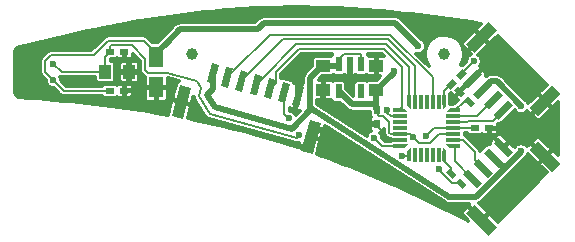
<source format=gbr>
G04 #@! TF.FileFunction,Copper,L2,Bot,Signal*
%FSLAX46Y46*%
G04 Gerber Fmt 4.6, Leading zero omitted, Abs format (unit mm)*
G04 Created by KiCad (PCBNEW 4.0.5-e0-6337~49~ubuntu14.04.1) date Tue May 16 09:37:36 2017*
%MOMM*%
%LPD*%
G01*
G04 APERTURE LIST*
%ADD10C,0.100000*%
%ADD11R,0.800000X0.500000*%
%ADD12C,1.000000*%
%ADD13R,0.900000X0.300000*%
%ADD14R,1.200000X0.300000*%
%ADD15R,0.300000X0.900000*%
%ADD16R,0.300000X1.200000*%
%ADD17R,1.000000X1.200000*%
%ADD18R,1.250000X1.800000*%
%ADD19R,1.200000X1.000000*%
%ADD20R,0.600000X1.200000*%
%ADD21R,0.500000X0.800000*%
%ADD22C,0.600000*%
%ADD23C,0.500000*%
%ADD24C,0.200000*%
%ADD25C,0.300000*%
G04 APERTURE END LIST*
D10*
G36*
X187238347Y-96661911D02*
X186798355Y-98303985D01*
X186218799Y-98148693D01*
X186658791Y-96506619D01*
X187238347Y-96661911D01*
X187238347Y-96661911D01*
G37*
G36*
X186030940Y-96338387D02*
X185590948Y-97980461D01*
X185011392Y-97825169D01*
X185451384Y-96183095D01*
X186030940Y-96338387D01*
X186030940Y-96338387D01*
G37*
G36*
X188445754Y-96985435D02*
X188005762Y-98627509D01*
X187426206Y-98472217D01*
X187866198Y-96830143D01*
X188445754Y-96985435D01*
X188445754Y-96985435D01*
G37*
G36*
X189653162Y-97308958D02*
X189213170Y-98951032D01*
X188633614Y-98795740D01*
X189073606Y-97153666D01*
X189653162Y-97308958D01*
X189653162Y-97308958D01*
G37*
G36*
X180082509Y-97384464D02*
X179383697Y-99992463D01*
X178417771Y-99733644D01*
X179116583Y-97125645D01*
X180082509Y-97384464D01*
X180082509Y-97384464D01*
G37*
G36*
X191045766Y-100322060D02*
X190346954Y-102930059D01*
X189381028Y-102671240D01*
X190079840Y-100063241D01*
X191045766Y-100322060D01*
X191045766Y-100322060D01*
G37*
G36*
X184243976Y-95859571D02*
X184823532Y-96014863D01*
X184383540Y-97656937D01*
X183803984Y-97501645D01*
X184243976Y-95859571D01*
X184243976Y-95859571D01*
G37*
G36*
X183036569Y-95536047D02*
X183616125Y-95691339D01*
X183176133Y-97333413D01*
X182596577Y-97178121D01*
X183036569Y-95536047D01*
X183036569Y-95536047D01*
G37*
G36*
X181829162Y-95212524D02*
X182408718Y-95367816D01*
X181968726Y-97009890D01*
X181389170Y-96854598D01*
X181829162Y-95212524D01*
X181829162Y-95212524D01*
G37*
G36*
X204831712Y-98727907D02*
X206033794Y-97525825D01*
X206458058Y-97950089D01*
X205255976Y-99152171D01*
X204831712Y-98727907D01*
X204831712Y-98727907D01*
G37*
G36*
X205715596Y-99611790D02*
X206917678Y-98409708D01*
X207341942Y-98833972D01*
X206139860Y-100036054D01*
X205715596Y-99611790D01*
X205715596Y-99611790D01*
G37*
G36*
X203947829Y-97844024D02*
X205149911Y-96641942D01*
X205574175Y-97066206D01*
X204372093Y-98268288D01*
X203947829Y-97844024D01*
X203947829Y-97844024D01*
G37*
G36*
X203063946Y-96960140D02*
X204266028Y-95758058D01*
X204690292Y-96182322D01*
X203488210Y-97384404D01*
X203063946Y-96960140D01*
X203063946Y-96960140D01*
G37*
G36*
X208738477Y-99028427D02*
X210647666Y-97119238D01*
X211354773Y-97826345D01*
X209445584Y-99735534D01*
X208738477Y-99028427D01*
X208738477Y-99028427D01*
G37*
G36*
X203364466Y-93654416D02*
X205273655Y-91745227D01*
X205980762Y-92452334D01*
X204071573Y-94361523D01*
X203364466Y-93654416D01*
X203364466Y-93654416D01*
G37*
G36*
X204372093Y-103331712D02*
X205574175Y-104533794D01*
X205149911Y-104958058D01*
X203947829Y-103755976D01*
X204372093Y-103331712D01*
X204372093Y-103331712D01*
G37*
G36*
X203488210Y-104215596D02*
X204690292Y-105417678D01*
X204266028Y-105841942D01*
X203063946Y-104639860D01*
X203488210Y-104215596D01*
X203488210Y-104215596D01*
G37*
G36*
X205255976Y-102447829D02*
X206458058Y-103649911D01*
X206033794Y-104074175D01*
X204831712Y-102872093D01*
X205255976Y-102447829D01*
X205255976Y-102447829D01*
G37*
G36*
X206139860Y-101563946D02*
X207341942Y-102766028D01*
X206917678Y-103190292D01*
X205715596Y-101988210D01*
X206139860Y-101563946D01*
X206139860Y-101563946D01*
G37*
G36*
X204071573Y-107238477D02*
X205980762Y-109147666D01*
X205273655Y-109854773D01*
X203364466Y-107945584D01*
X204071573Y-107238477D01*
X204071573Y-107238477D01*
G37*
G36*
X209445584Y-101864466D02*
X211354773Y-103773655D01*
X210647666Y-104480762D01*
X208738477Y-102571573D01*
X209445584Y-101864466D01*
X209445584Y-101864466D01*
G37*
D11*
X204100000Y-100750000D03*
X205300000Y-100750000D03*
D12*
X201500000Y-94500000D03*
X180100000Y-94500000D03*
D13*
X202400000Y-99250000D03*
D14*
X202250000Y-99750000D03*
X202250000Y-100250000D03*
X202250000Y-100750000D03*
X202250000Y-101250000D03*
X202250000Y-101750000D03*
D13*
X202400000Y-102250000D03*
D15*
X201500000Y-103150000D03*
D16*
X201000000Y-103000000D03*
X200500000Y-103000000D03*
X200000000Y-103000000D03*
X199500000Y-103000000D03*
X199000000Y-103000000D03*
D15*
X198500000Y-103150000D03*
D13*
X197600000Y-102250000D03*
D14*
X197750000Y-101750000D03*
X197750000Y-101250000D03*
X197750000Y-100750000D03*
X197750000Y-100250000D03*
X197750000Y-99750000D03*
D13*
X197600000Y-99250000D03*
D15*
X198500000Y-98350000D03*
D16*
X199000000Y-98500000D03*
X199500000Y-98500000D03*
X200000000Y-98500000D03*
X200500000Y-98500000D03*
X201000000Y-98500000D03*
D15*
X201500000Y-98350000D03*
D10*
G36*
X202400000Y-99400000D02*
X201600000Y-99400000D01*
X201900000Y-99100000D01*
X202100000Y-99100000D01*
X202400000Y-99400000D01*
X202400000Y-99400000D01*
G37*
G36*
X201350000Y-99150000D02*
X201350000Y-98350000D01*
X201650000Y-98650000D01*
X201650000Y-98850000D01*
X201350000Y-99150000D01*
X201350000Y-99150000D01*
G37*
G36*
X198650000Y-102350000D02*
X198650000Y-103150000D01*
X198350000Y-102850000D01*
X198350000Y-102650000D01*
X198650000Y-102350000D01*
X198650000Y-102350000D01*
G37*
G36*
X197600000Y-102100000D02*
X198400000Y-102100000D01*
X198100000Y-102400000D01*
X197900000Y-102400000D01*
X197600000Y-102100000D01*
X197600000Y-102100000D01*
G37*
G36*
X201600000Y-102100000D02*
X202400000Y-102100000D01*
X202100000Y-102400000D01*
X201900000Y-102400000D01*
X201600000Y-102100000D01*
X201600000Y-102100000D01*
G37*
G36*
X201350000Y-103150000D02*
X201350000Y-102350000D01*
X201650000Y-102650000D01*
X201650000Y-102850000D01*
X201350000Y-103150000D01*
X201350000Y-103150000D01*
G37*
G36*
X198400000Y-99400000D02*
X197600000Y-99400000D01*
X197900000Y-99100000D01*
X198100000Y-99100000D01*
X198400000Y-99400000D01*
X198400000Y-99400000D01*
G37*
G36*
X198650000Y-98350000D02*
X198650000Y-99150000D01*
X198350000Y-98850000D01*
X198350000Y-98650000D01*
X198650000Y-98350000D01*
X198650000Y-98350000D01*
G37*
D11*
X173200000Y-94300000D03*
X174400000Y-94300000D03*
X173200000Y-97600000D03*
X174400000Y-97600000D03*
D17*
X172800000Y-96000000D03*
X174800000Y-96000000D03*
D18*
X177100000Y-94700000D03*
X177100000Y-97300000D03*
D19*
X191250000Y-95500000D03*
X191250000Y-97500000D03*
D20*
X193500000Y-95350000D03*
X192550000Y-95350000D03*
X194450000Y-95350000D03*
X194450000Y-97650000D03*
X192550000Y-97650000D03*
D19*
X195750000Y-97500000D03*
X195750000Y-95500000D03*
D10*
G36*
X203030330Y-95716117D02*
X203383883Y-96069670D01*
X202818198Y-96635355D01*
X202464645Y-96281802D01*
X203030330Y-95716117D01*
X203030330Y-95716117D01*
G37*
G36*
X202181802Y-96564645D02*
X202535355Y-96918198D01*
X201969670Y-97483883D01*
X201616117Y-97130330D01*
X202181802Y-96564645D01*
X202181802Y-96564645D01*
G37*
G36*
X204083883Y-98630330D02*
X203730330Y-98983883D01*
X203164645Y-98418198D01*
X203518198Y-98064645D01*
X204083883Y-98630330D01*
X204083883Y-98630330D01*
G37*
G36*
X203235355Y-97781802D02*
X202881802Y-98135355D01*
X202316117Y-97569670D01*
X202669670Y-97216117D01*
X203235355Y-97781802D01*
X203235355Y-97781802D01*
G37*
G36*
X203383883Y-105530330D02*
X203030330Y-105883883D01*
X202464645Y-105318198D01*
X202818198Y-104964645D01*
X203383883Y-105530330D01*
X203383883Y-105530330D01*
G37*
G36*
X202535355Y-104681802D02*
X202181802Y-105035355D01*
X201616117Y-104469670D01*
X201969670Y-104116117D01*
X202535355Y-104681802D01*
X202535355Y-104681802D01*
G37*
D21*
X195800000Y-99200000D03*
X195800000Y-100400000D03*
D22*
X198846875Y-101544158D03*
X197200000Y-95900000D03*
X199280483Y-93819517D03*
X168400000Y-96700000D03*
X193050000Y-99350000D03*
X191500000Y-100900000D03*
X189200000Y-94900000D03*
X166700000Y-95899998D03*
X188337063Y-99927606D03*
X199975509Y-101399984D03*
X168400000Y-95300000D03*
X189200000Y-101300000D03*
X195550000Y-101550000D03*
X208000000Y-102700000D03*
X208000000Y-98900000D03*
X197950000Y-103100000D03*
X196649988Y-99219987D03*
X204000000Y-95100000D03*
X201000000Y-104200000D03*
D23*
X199280483Y-93819517D02*
X197320386Y-91859420D01*
X197320386Y-91859420D02*
X186240580Y-91859420D01*
X185700000Y-92400000D02*
X179125000Y-92400000D01*
X186240580Y-91859420D02*
X185700000Y-92400000D01*
X179125000Y-92400000D02*
X178000000Y-93525000D01*
X178000000Y-93525000D02*
X177100000Y-94425000D01*
X177100000Y-94425000D02*
X177100000Y-94700000D01*
X193650000Y-98750000D02*
X195500000Y-98750000D01*
X195500000Y-98750000D02*
X195750000Y-98500000D01*
X192550000Y-97650000D02*
X193650000Y-98750000D01*
D24*
X195800000Y-99200000D02*
X195800000Y-99500000D01*
X195800000Y-99500000D02*
X195999999Y-99699999D01*
X195999999Y-99699999D02*
X196290001Y-99699999D01*
X196290001Y-99699999D02*
X196849999Y-100259997D01*
X196849999Y-100259997D02*
X196849999Y-101149999D01*
X196849999Y-101149999D02*
X196950000Y-101250000D01*
D23*
X195750000Y-98500000D02*
X195750000Y-99150000D01*
X195750000Y-99150000D02*
X195800000Y-99200000D01*
D24*
X173200000Y-97600000D02*
X169300000Y-97600000D01*
X169300000Y-97600000D02*
X169100000Y-97400000D01*
D23*
X197200000Y-95900000D02*
X197200000Y-96050000D01*
X197200000Y-96050000D02*
X195750000Y-97500000D01*
D24*
X171800000Y-94600000D02*
X173050012Y-93349988D01*
X173050012Y-93349988D02*
X176024988Y-93349988D01*
X176024988Y-93349988D02*
X177100000Y-94425000D01*
X168200000Y-94600000D02*
X171800000Y-94600000D01*
X168400000Y-96700000D02*
X167700000Y-96000000D01*
X195750000Y-97500000D02*
X195850000Y-97500000D01*
X167700000Y-96000000D02*
X167700000Y-95100000D01*
X198980484Y-93519518D02*
X199280483Y-93819517D01*
X167700000Y-95100000D02*
X168200000Y-94600000D01*
X168400000Y-96700000D02*
X169100000Y-97400000D01*
D23*
X195750000Y-98500000D02*
X195750000Y-97500000D01*
D24*
X199318179Y-102015462D02*
X199146874Y-101844157D01*
X200259047Y-102015462D02*
X199318179Y-102015462D01*
X199146874Y-101844157D02*
X198846875Y-101544158D01*
X198552717Y-101250000D02*
X198846875Y-101544158D01*
X202250000Y-101250000D02*
X201024509Y-101250000D01*
X201024509Y-101250000D02*
X200259047Y-102015462D01*
X196950000Y-101250000D02*
X197750000Y-101250000D01*
X197750000Y-101250000D02*
X198552717Y-101250000D01*
D23*
X190213397Y-101496650D02*
X189900000Y-102500000D01*
X189900000Y-102500000D02*
X189000000Y-102200000D01*
D24*
X196250000Y-101000000D02*
X196250000Y-101399998D01*
X195800000Y-100550000D02*
X196250000Y-101000000D01*
X195800000Y-100400000D02*
X195800000Y-100550000D01*
X196250000Y-101399998D02*
X196600002Y-101750000D01*
D23*
X193050000Y-99350000D02*
X192100000Y-99350000D01*
X192100000Y-99350000D02*
X191250000Y-98500000D01*
X191250000Y-98500000D02*
X191250000Y-97500000D01*
X191500000Y-100900000D02*
X190810047Y-100900000D01*
X190810047Y-100900000D02*
X190213397Y-101496650D01*
X191250000Y-98050000D02*
X191250000Y-97500000D01*
X189143388Y-98052349D02*
X189143388Y-94956612D01*
X189143388Y-94956612D02*
X189200000Y-94900000D01*
D24*
X196600002Y-101750000D02*
X196950000Y-101750000D01*
X196950000Y-101750000D02*
X197750000Y-101750000D01*
X188037064Y-99627607D02*
X188337063Y-99927606D01*
X187935980Y-99526523D02*
X188037064Y-99627607D01*
X187935980Y-97728826D02*
X187935980Y-99526523D01*
X187800000Y-98150000D02*
X187935980Y-97728826D01*
X200275508Y-101099985D02*
X199975509Y-101399984D01*
X200625493Y-100750000D02*
X202250000Y-100750000D01*
X200625493Y-100750000D02*
X200275508Y-101099985D01*
X204100000Y-100750000D02*
X202250000Y-100750000D01*
X180550000Y-96758333D02*
X178050000Y-96050000D01*
X180700000Y-98050000D02*
X180900000Y-97392857D01*
X181650000Y-99550000D02*
X180700000Y-98050000D01*
X176174999Y-94884997D02*
X175040001Y-93749999D01*
X180550000Y-96750000D02*
X180550000Y-96758333D01*
X180900000Y-97392857D02*
X180550000Y-96750000D01*
X189057231Y-101571199D02*
X181650000Y-99550000D01*
X173300001Y-93749999D02*
X173200000Y-93850000D01*
X173200000Y-93850000D02*
X173200000Y-94300000D01*
X176384998Y-96050000D02*
X176174999Y-95840001D01*
X178050000Y-96050000D02*
X176384998Y-96050000D01*
X175040001Y-93749999D02*
X173300001Y-93749999D01*
X176174999Y-95840001D02*
X176174999Y-94884997D01*
X172800000Y-96000000D02*
X172800000Y-94700000D01*
X172800000Y-94700000D02*
X173200000Y-94300000D01*
X172800000Y-96000000D02*
X169100000Y-96000000D01*
X169100000Y-96000000D02*
X168400000Y-95300000D01*
X173200000Y-95600000D02*
X172800000Y-96000000D01*
X189200000Y-101300000D02*
X189200000Y-101428430D01*
X189200000Y-101428430D02*
X189057231Y-101571199D01*
X196250000Y-102250000D02*
X195550000Y-101550000D01*
X197600000Y-102250000D02*
X196250000Y-102250000D01*
D23*
X181898944Y-97091191D02*
X181898944Y-96111207D01*
X181898944Y-97429627D02*
X181898944Y-97091191D01*
X181400000Y-97928571D02*
X181898944Y-97429627D01*
X181400000Y-97950000D02*
X181400000Y-97928571D01*
X182050000Y-98996638D02*
X181400000Y-97950000D01*
X188598729Y-100791269D02*
X182050000Y-98996638D01*
X190234679Y-99155319D02*
X188598729Y-100791269D01*
X190300000Y-99155319D02*
X190234679Y-99155319D01*
X190150000Y-98600000D02*
X190150000Y-99100000D01*
X190150000Y-96500000D02*
X190150000Y-98600000D01*
X190150000Y-98600000D02*
X190150000Y-99200000D01*
X204144382Y-106600000D02*
X207044382Y-103700000D01*
X190300000Y-99155319D02*
X201900000Y-106552852D01*
X204144382Y-106600000D02*
X201947148Y-106600000D01*
X201947148Y-106600000D02*
X201900000Y-106552852D01*
X206811629Y-103932753D02*
X207044382Y-103700000D01*
X207044382Y-103700000D02*
X208000000Y-102744382D01*
X190300000Y-99155319D02*
X190150000Y-99200000D01*
X190200000Y-99100000D02*
X190200000Y-99100000D01*
X190200000Y-99100000D02*
X190150000Y-99100000D01*
X190150000Y-96500000D02*
X191150000Y-95500000D01*
X204761002Y-97455115D02*
X205432753Y-96783364D01*
X208000000Y-102744382D02*
X208000000Y-102700000D01*
X208000000Y-98855618D02*
X208000000Y-98900000D01*
X205927746Y-96783364D02*
X208000000Y-98855618D01*
X205432753Y-96783364D02*
X205927746Y-96783364D01*
X206811629Y-103932753D02*
X206316636Y-103932753D01*
X206316636Y-103932753D02*
X205644885Y-103261002D01*
D24*
X192550000Y-95350000D02*
X192550000Y-94859998D01*
X192550000Y-94859998D02*
X192959999Y-94449999D01*
X192959999Y-94449999D02*
X194349999Y-94449999D01*
X194349999Y-94449999D02*
X194450000Y-94550000D01*
X194450000Y-94550000D02*
X194450000Y-95350000D01*
D23*
X191250000Y-95500000D02*
X192400000Y-95500000D01*
X192400000Y-95500000D02*
X192550000Y-95350000D01*
X191150000Y-95500000D02*
X191250000Y-95500000D01*
D24*
X187223547Y-96910328D02*
X186728573Y-97405302D01*
X187223547Y-95988449D02*
X187223547Y-96910328D01*
X197600000Y-99250000D02*
X197875462Y-98974538D01*
X197875462Y-98974538D02*
X197875462Y-95536847D01*
X197875462Y-95536847D02*
X196384985Y-94046370D01*
X196384985Y-94046370D02*
X189165626Y-94046370D01*
X189165626Y-94046370D02*
X187223547Y-95988449D01*
X198500000Y-98750000D02*
X198500000Y-95584677D01*
X196561682Y-93646359D02*
X188956585Y-93646359D01*
X188956585Y-93646359D02*
X186016140Y-96586804D01*
X198500000Y-95584677D02*
X196561682Y-93646359D01*
X186016140Y-96586804D02*
X185521166Y-97081778D01*
X199000000Y-98500000D02*
X199000000Y-95518977D01*
X196727371Y-93246348D02*
X187825664Y-93246348D01*
X199000000Y-95518977D02*
X196727371Y-93246348D01*
X184808732Y-96263280D02*
X184313758Y-96758254D01*
X187825664Y-93246348D02*
X184808732Y-96263280D01*
X186694744Y-92846337D02*
X183601325Y-95939756D01*
X196893060Y-92846337D02*
X186694744Y-92846337D01*
X183601325Y-95939756D02*
X183106351Y-96434730D01*
X200500000Y-96453277D02*
X196893060Y-92846337D01*
X200500000Y-98500000D02*
X200500000Y-96453277D01*
X197950000Y-103100000D02*
X198450000Y-103100000D01*
X198450000Y-103100000D02*
X198500000Y-103150000D01*
X198450002Y-103100002D02*
X198500000Y-103150000D01*
X196649988Y-99449988D02*
X196649988Y-99219987D01*
X196950000Y-99750000D02*
X196649988Y-99449988D01*
X197750000Y-99750000D02*
X196950000Y-99750000D01*
X201500000Y-98350000D02*
X201500000Y-97600000D01*
X201500000Y-97600000D02*
X202075736Y-97024264D01*
X202075736Y-104575736D02*
X202075736Y-104122183D01*
X201500000Y-103546447D02*
X201500000Y-103150000D01*
X202075736Y-104122183D02*
X201500000Y-103546447D01*
X202924264Y-96175736D02*
X204000000Y-95100000D01*
X202924264Y-105424264D02*
X202146430Y-105424264D01*
X202146430Y-105424264D02*
X201000000Y-104277834D01*
X201000000Y-104277834D02*
X201000000Y-104200000D01*
X202250000Y-99750000D02*
X204233883Y-99750000D01*
X204233883Y-99750000D02*
X205644885Y-98338998D01*
X202250000Y-100250000D02*
X203409998Y-100250000D01*
X203409998Y-100250000D02*
X203509987Y-100150011D01*
X205857018Y-99894632D02*
X206528769Y-99222881D01*
X205601639Y-100150011D02*
X205857018Y-99894632D01*
X203509987Y-100150011D02*
X205601639Y-100150011D01*
X204761002Y-104144885D02*
X204089251Y-103473134D01*
X204089251Y-103473134D02*
X204089251Y-102799249D01*
X203050000Y-101750000D02*
X202900000Y-101750000D01*
X204089251Y-102799249D02*
X203040002Y-101750000D01*
X203040002Y-101750000D02*
X202900000Y-101750000D01*
X202900000Y-101750000D02*
X202250000Y-101750000D01*
X202400000Y-102250000D02*
X202400000Y-103551650D01*
X202400000Y-103551650D02*
X203877119Y-105028769D01*
X203125736Y-98524264D02*
X202400000Y-99250000D01*
X203624264Y-98524264D02*
X203125736Y-98524264D01*
D25*
G36*
X189250813Y-90527810D02*
X189822484Y-90532442D01*
X190395150Y-90541482D01*
X190969350Y-90554901D01*
X191545250Y-90572674D01*
X192123265Y-90594751D01*
X192703164Y-90621111D01*
X193286014Y-90651775D01*
X193871477Y-90686682D01*
X194460201Y-90725824D01*
X195052141Y-90769160D01*
X195647813Y-90816680D01*
X196247486Y-90868357D01*
X196851519Y-90924179D01*
X197459770Y-90984080D01*
X198073145Y-91048101D01*
X198691375Y-91116156D01*
X199314921Y-91188245D01*
X199944311Y-91264372D01*
X200579531Y-91344479D01*
X201220899Y-91428544D01*
X201868974Y-91516580D01*
X202523206Y-91608452D01*
X203185214Y-91704320D01*
X203854059Y-91803992D01*
X204530580Y-91907517D01*
X204604755Y-91919152D01*
X204168800Y-92355107D01*
X204168800Y-92478851D01*
X204672614Y-92982664D01*
X204686756Y-92968522D01*
X204757467Y-93039233D01*
X204743325Y-93053375D01*
X205247138Y-93557189D01*
X205370882Y-93557189D01*
X206009782Y-92918289D01*
X210180402Y-97091527D01*
X209542811Y-97729118D01*
X209542811Y-97852862D01*
X210046625Y-98356675D01*
X210060767Y-98342533D01*
X210131478Y-98413244D01*
X210117336Y-98427386D01*
X210621149Y-98931200D01*
X210744893Y-98931200D01*
X211133573Y-98542520D01*
X211133714Y-103057621D01*
X210744893Y-102668800D01*
X210621149Y-102668800D01*
X210117336Y-103172614D01*
X210131478Y-103186756D01*
X210060767Y-103257467D01*
X210046625Y-103243325D01*
X209542811Y-103747138D01*
X209542811Y-103870882D01*
X210174310Y-104502381D01*
X206001052Y-108672981D01*
X205370882Y-108042811D01*
X205247138Y-108042811D01*
X204743325Y-108546625D01*
X204757467Y-108560767D01*
X204686756Y-108631478D01*
X204672614Y-108617336D01*
X204658472Y-108631478D01*
X204587761Y-108560767D01*
X204601903Y-108546625D01*
X203497049Y-107441771D01*
X203373305Y-107441771D01*
X203092604Y-107722472D01*
X203054300Y-107779797D01*
X203027917Y-107843493D01*
X203014466Y-107911112D01*
X203014466Y-107980056D01*
X203027917Y-108047676D01*
X203054300Y-108111372D01*
X203092604Y-108168696D01*
X203141354Y-108217447D01*
X203510220Y-108586313D01*
X203439378Y-108549854D01*
X203439299Y-108549823D01*
X203437794Y-108549043D01*
X202777626Y-108212996D01*
X202777544Y-108212964D01*
X202775974Y-108212160D01*
X202122671Y-107883405D01*
X202122587Y-107883373D01*
X202120952Y-107882545D01*
X201474240Y-107560993D01*
X201474163Y-107560964D01*
X201472451Y-107560108D01*
X200832052Y-107245670D01*
X200831963Y-107245637D01*
X200830192Y-107244763D01*
X200195827Y-106937350D01*
X200195739Y-106937317D01*
X200193898Y-106936422D01*
X199565291Y-106635943D01*
X199565201Y-106635910D01*
X199563291Y-106634994D01*
X198940161Y-106341358D01*
X198940063Y-106341323D01*
X198938089Y-106340390D01*
X198320161Y-106053511D01*
X198320073Y-106053480D01*
X198318022Y-106052525D01*
X197705016Y-105772306D01*
X197704919Y-105772273D01*
X197702803Y-105771303D01*
X197094443Y-105497661D01*
X197094350Y-105497630D01*
X197092163Y-105496644D01*
X196488169Y-105229486D01*
X196488068Y-105229453D01*
X196485820Y-105228457D01*
X195885917Y-104967693D01*
X195885827Y-104967664D01*
X195883501Y-104966652D01*
X195287408Y-104712192D01*
X195287312Y-104712162D01*
X195284925Y-104711142D01*
X194692366Y-104462899D01*
X194692272Y-104462870D01*
X194689820Y-104461843D01*
X194100518Y-104219722D01*
X194100420Y-104219693D01*
X194097910Y-104218661D01*
X193511585Y-103982573D01*
X193511487Y-103982544D01*
X193508914Y-103981509D01*
X192925287Y-103751368D01*
X192925194Y-103751341D01*
X192922560Y-103750304D01*
X192341357Y-103526019D01*
X192341262Y-103525993D01*
X192338577Y-103524958D01*
X191759519Y-103306437D01*
X191759418Y-103306410D01*
X191756687Y-103305381D01*
X191179498Y-103092534D01*
X191179401Y-103092509D01*
X191176617Y-103091484D01*
X190710974Y-102923815D01*
X190998846Y-101849461D01*
X190936974Y-101742296D01*
X190248752Y-101557887D01*
X190243576Y-101577205D01*
X190146984Y-101551324D01*
X190152160Y-101532005D01*
X190132842Y-101526829D01*
X190158723Y-101430237D01*
X190178042Y-101435413D01*
X190183218Y-101416095D01*
X190279810Y-101441976D01*
X190274634Y-101461295D01*
X190962856Y-101645703D01*
X191070022Y-101583831D01*
X191350548Y-100536895D01*
X201522101Y-107023481D01*
X201522884Y-107024264D01*
X201565707Y-107059439D01*
X201608168Y-107095068D01*
X201610932Y-107096587D01*
X201613371Y-107098591D01*
X201662249Y-107124799D01*
X201710783Y-107151481D01*
X201713788Y-107152434D01*
X201716570Y-107153926D01*
X201769588Y-107170135D01*
X201822401Y-107186889D01*
X201825536Y-107187241D01*
X201828553Y-107188163D01*
X201883652Y-107193759D01*
X201938771Y-107199942D01*
X201944943Y-107199985D01*
X201945054Y-107199996D01*
X201945157Y-107199986D01*
X201947148Y-107200000D01*
X203615076Y-107200000D01*
X203567760Y-107247316D01*
X203567760Y-107371060D01*
X204672614Y-108475914D01*
X205176428Y-107972101D01*
X205176428Y-107848357D01*
X204444893Y-107116822D01*
X204471166Y-107103203D01*
X204473634Y-107101233D01*
X204476417Y-107099753D01*
X204519332Y-107064752D01*
X204562682Y-107030146D01*
X204567073Y-107025816D01*
X204567163Y-107025742D01*
X204567232Y-107025658D01*
X204568646Y-107024264D01*
X208336729Y-103256181D01*
X208402116Y-103214685D01*
X208494428Y-103126778D01*
X208567906Y-103022616D01*
X208606920Y-102934991D01*
X209348357Y-103676428D01*
X209472101Y-103676428D01*
X209975914Y-103172614D01*
X208871060Y-102067760D01*
X208747316Y-102067760D01*
X208514826Y-102300250D01*
X208506151Y-102287193D01*
X208416330Y-102196743D01*
X208310652Y-102125462D01*
X208193140Y-102076065D01*
X208068272Y-102050433D01*
X207940804Y-102049543D01*
X207815590Y-102073429D01*
X207697401Y-102121181D01*
X207590737Y-102190979D01*
X207499662Y-102280166D01*
X207439264Y-102368375D01*
X207085616Y-102014727D01*
X206961872Y-102014727D01*
X206599480Y-102377119D01*
X206613622Y-102391261D01*
X206542911Y-102461972D01*
X206528769Y-102447830D01*
X206514627Y-102461972D01*
X206443916Y-102391261D01*
X206458058Y-102377119D01*
X205706757Y-101625818D01*
X205583014Y-101625818D01*
X205443733Y-101765098D01*
X205405430Y-101822423D01*
X205379047Y-101886119D01*
X205365596Y-101953738D01*
X205365596Y-102022682D01*
X205379047Y-102090302D01*
X205394305Y-102127139D01*
X205374559Y-102116731D01*
X205277623Y-102096803D01*
X205178972Y-102104670D01*
X205086419Y-102139708D01*
X205007291Y-102199144D01*
X204583027Y-102623408D01*
X204546759Y-102665963D01*
X204527729Y-102702067D01*
X204518659Y-102672025D01*
X204507070Y-102632133D01*
X204505981Y-102630032D01*
X204505297Y-102627767D01*
X204485767Y-102591037D01*
X204466652Y-102554161D01*
X204465178Y-102552315D01*
X204464066Y-102550223D01*
X204437781Y-102517995D01*
X204411861Y-102485525D01*
X204408613Y-102482231D01*
X204408558Y-102482164D01*
X204408496Y-102482113D01*
X204407449Y-102481051D01*
X203412387Y-101485989D01*
X203371513Y-101435151D01*
X203367000Y-101431364D01*
X205777468Y-101431364D01*
X205777468Y-101555107D01*
X206528769Y-102306408D01*
X206891161Y-101944016D01*
X206891161Y-101873305D01*
X208941771Y-101873305D01*
X208941771Y-101997049D01*
X210046625Y-103101903D01*
X210550439Y-102598090D01*
X210550439Y-102474346D01*
X209717447Y-101641354D01*
X209668696Y-101592604D01*
X209611372Y-101554300D01*
X209547676Y-101527917D01*
X209480056Y-101514466D01*
X209411112Y-101514466D01*
X209343493Y-101527917D01*
X209279797Y-101554300D01*
X209222472Y-101592604D01*
X208941771Y-101873305D01*
X206891161Y-101873305D01*
X206891161Y-101820272D01*
X206362972Y-101292083D01*
X206305648Y-101253780D01*
X206241952Y-101227397D01*
X206174332Y-101213946D01*
X206105388Y-101213946D01*
X206037769Y-101227397D01*
X205974073Y-101253780D01*
X205916748Y-101292083D01*
X205777468Y-101431364D01*
X203367000Y-101431364D01*
X203304235Y-101378699D01*
X203227274Y-101336389D01*
X203201693Y-101328274D01*
X203201693Y-101200000D01*
X203414796Y-101200000D01*
X203436480Y-101232906D01*
X203511800Y-101297100D01*
X203602021Y-101337769D01*
X203700000Y-101351693D01*
X204500000Y-101351693D01*
X204555736Y-101347248D01*
X204650271Y-101317973D01*
X204698416Y-101286247D01*
X204734213Y-101310166D01*
X204797909Y-101336550D01*
X204865528Y-101350000D01*
X205162500Y-101350000D01*
X205250000Y-101262500D01*
X205250000Y-100800000D01*
X205350000Y-100800000D01*
X205350000Y-101262500D01*
X205437500Y-101350000D01*
X205734472Y-101350000D01*
X205802091Y-101336550D01*
X205865787Y-101310166D01*
X205923112Y-101271863D01*
X205971863Y-101223112D01*
X206010166Y-101165787D01*
X206036550Y-101102091D01*
X206050000Y-101034472D01*
X206050000Y-100887500D01*
X205962500Y-100800000D01*
X205350000Y-100800000D01*
X205250000Y-100800000D01*
X205230000Y-100800000D01*
X205230000Y-100700000D01*
X205250000Y-100700000D01*
X205250000Y-100680000D01*
X205350000Y-100680000D01*
X205350000Y-100700000D01*
X205962500Y-100700000D01*
X206050000Y-100612500D01*
X206050000Y-100465528D01*
X206036550Y-100397909D01*
X206024046Y-100367721D01*
X206118213Y-100387080D01*
X206216864Y-100379213D01*
X206309417Y-100344175D01*
X206388545Y-100284739D01*
X207070333Y-99602951D01*
X208941771Y-99602951D01*
X208941771Y-99726695D01*
X209222472Y-100007396D01*
X209279797Y-100045700D01*
X209343493Y-100072083D01*
X209411112Y-100085534D01*
X209480056Y-100085534D01*
X209547676Y-100072083D01*
X209611372Y-100045700D01*
X209668696Y-100007396D01*
X209717447Y-99958646D01*
X210550439Y-99125654D01*
X210550439Y-99001910D01*
X210046625Y-98498097D01*
X208941771Y-99602951D01*
X207070333Y-99602951D01*
X207440891Y-99232393D01*
X207488135Y-99305700D01*
X207576684Y-99397395D01*
X207681357Y-99470145D01*
X207798167Y-99521178D01*
X207922665Y-99548550D01*
X208050109Y-99551220D01*
X208175644Y-99529085D01*
X208294488Y-99482988D01*
X208402116Y-99414685D01*
X208494428Y-99326778D01*
X208514045Y-99298969D01*
X208747316Y-99532240D01*
X208871060Y-99532240D01*
X209975914Y-98427386D01*
X209472101Y-97923572D01*
X209348357Y-97923572D01*
X208606425Y-98665504D01*
X208576693Y-98593367D01*
X208506151Y-98487193D01*
X208416330Y-98396743D01*
X208334370Y-98341460D01*
X206352010Y-96359100D01*
X206309187Y-96323925D01*
X206266726Y-96288296D01*
X206263962Y-96286777D01*
X206261523Y-96284773D01*
X206212645Y-96258565D01*
X206164111Y-96231883D01*
X206161106Y-96230930D01*
X206158324Y-96229438D01*
X206105306Y-96213229D01*
X206052493Y-96196475D01*
X206049358Y-96196123D01*
X206046341Y-96195201D01*
X205991242Y-96189605D01*
X205936123Y-96183422D01*
X205929951Y-96183379D01*
X205929840Y-96183368D01*
X205929737Y-96183378D01*
X205927746Y-96183364D01*
X205432753Y-96183364D01*
X205377583Y-96188773D01*
X205322382Y-96193603D01*
X205319353Y-96194483D01*
X205316212Y-96194791D01*
X205263115Y-96210822D01*
X205209932Y-96226273D01*
X205207134Y-96227723D01*
X205204111Y-96228636D01*
X205155141Y-96254674D01*
X205105969Y-96280162D01*
X205103504Y-96282129D01*
X205100718Y-96283611D01*
X205083113Y-96297969D01*
X205072907Y-96298783D01*
X205011216Y-96322138D01*
X205026841Y-96284414D01*
X205040292Y-96216794D01*
X205040292Y-96147850D01*
X205026841Y-96080231D01*
X205000458Y-96016535D01*
X204962155Y-95959210D01*
X204822874Y-95819930D01*
X204699131Y-95819930D01*
X203947830Y-96571231D01*
X203961972Y-96585373D01*
X203891261Y-96656084D01*
X203877119Y-96641942D01*
X203125818Y-97393243D01*
X203125818Y-97396365D01*
X202846447Y-97675736D01*
X202860589Y-97689878D01*
X202789878Y-97760589D01*
X202775736Y-97746447D01*
X202448699Y-98073484D01*
X202448699Y-98197227D01*
X202632538Y-98381066D01*
X202265297Y-98748307D01*
X202001693Y-98748307D01*
X202001693Y-97900000D01*
X201997248Y-97844264D01*
X201993234Y-97831304D01*
X202046674Y-97827042D01*
X202069770Y-97818298D01*
X202254245Y-98002773D01*
X202377988Y-98002773D01*
X202705025Y-97675736D01*
X202690883Y-97661594D01*
X202761594Y-97590883D01*
X202775736Y-97605025D01*
X203102773Y-97277988D01*
X203102773Y-97274866D01*
X203806408Y-96571231D01*
X203792266Y-96557089D01*
X203862977Y-96486378D01*
X203877119Y-96500520D01*
X204628420Y-95749219D01*
X204628420Y-95625476D01*
X204509027Y-95506082D01*
X204567906Y-95422616D01*
X204619754Y-95306165D01*
X204647995Y-95181861D01*
X204650028Y-95036264D01*
X204625268Y-94911220D01*
X204576693Y-94793367D01*
X204506151Y-94687193D01*
X204416330Y-94596743D01*
X204365568Y-94562503D01*
X205176428Y-93751643D01*
X205176428Y-93627899D01*
X204672614Y-93124086D01*
X203567760Y-94228940D01*
X203567760Y-94352684D01*
X203725076Y-94510000D01*
X203697401Y-94521181D01*
X203590737Y-94590979D01*
X203499662Y-94680166D01*
X203427645Y-94785345D01*
X203377428Y-94902509D01*
X203350925Y-95027195D01*
X203349715Y-95113889D01*
X203090578Y-95373026D01*
X203051977Y-95365091D01*
X202953326Y-95372958D01*
X202885358Y-95398689D01*
X202941609Y-95318948D01*
X203073221Y-95023341D01*
X203144910Y-94707800D01*
X203150071Y-94338209D01*
X203087220Y-94020790D01*
X202963913Y-93721624D01*
X202896358Y-93619944D01*
X203014466Y-93619944D01*
X203014466Y-93688888D01*
X203027917Y-93756507D01*
X203054300Y-93820203D01*
X203092604Y-93877528D01*
X203373305Y-94158229D01*
X203497049Y-94158229D01*
X204601903Y-93053375D01*
X204098090Y-92549561D01*
X203974346Y-92549561D01*
X203141354Y-93382553D01*
X203092604Y-93431304D01*
X203054300Y-93488628D01*
X203027917Y-93552324D01*
X203014466Y-93619944D01*
X202896358Y-93619944D01*
X202784846Y-93452106D01*
X202556839Y-93222501D01*
X202288577Y-93041557D01*
X201990279Y-92916164D01*
X201673307Y-92851099D01*
X201349733Y-92848840D01*
X201031882Y-92909473D01*
X200731863Y-93030689D01*
X200461101Y-93207870D01*
X200229911Y-93434268D01*
X200047098Y-93701260D01*
X199919625Y-93998676D01*
X199852349Y-94315186D01*
X199847831Y-94638737D01*
X199906243Y-94957002D01*
X200025362Y-95257861D01*
X200178312Y-95495193D01*
X199136542Y-94453423D01*
X199203148Y-94468067D01*
X199330592Y-94470737D01*
X199456127Y-94448602D01*
X199574971Y-94402505D01*
X199682599Y-94334202D01*
X199774911Y-94246295D01*
X199848389Y-94142133D01*
X199900237Y-94025682D01*
X199928478Y-93901378D01*
X199930511Y-93755781D01*
X199905751Y-93630737D01*
X199857176Y-93512884D01*
X199786634Y-93406710D01*
X199696813Y-93316260D01*
X199591135Y-93244979D01*
X199527886Y-93218392D01*
X197744650Y-91435156D01*
X197701827Y-91399981D01*
X197659366Y-91364352D01*
X197656602Y-91362833D01*
X197654163Y-91360829D01*
X197605285Y-91334621D01*
X197556751Y-91307939D01*
X197553746Y-91306986D01*
X197550964Y-91305494D01*
X197497946Y-91289285D01*
X197445133Y-91272531D01*
X197441998Y-91272179D01*
X197438981Y-91271257D01*
X197383882Y-91265661D01*
X197328763Y-91259478D01*
X197322591Y-91259435D01*
X197322480Y-91259424D01*
X197322377Y-91259434D01*
X197320386Y-91259420D01*
X186240580Y-91259420D01*
X186185451Y-91264825D01*
X186130209Y-91269659D01*
X186127180Y-91270539D01*
X186124039Y-91270847D01*
X186070975Y-91286868D01*
X186017760Y-91302328D01*
X186014959Y-91303780D01*
X186011938Y-91304692D01*
X185963004Y-91330711D01*
X185913797Y-91356217D01*
X185911331Y-91358186D01*
X185908545Y-91359667D01*
X185865614Y-91394681D01*
X185822281Y-91429273D01*
X185817889Y-91433604D01*
X185817799Y-91433678D01*
X185817730Y-91433762D01*
X185816316Y-91435156D01*
X185451472Y-91800000D01*
X179125000Y-91800000D01*
X179069830Y-91805409D01*
X179014629Y-91810239D01*
X179011600Y-91811119D01*
X179008459Y-91811427D01*
X178955362Y-91827458D01*
X178902179Y-91842909D01*
X178899381Y-91844359D01*
X178896358Y-91845272D01*
X178847388Y-91871310D01*
X178798216Y-91896798D01*
X178795751Y-91898765D01*
X178792965Y-91900247D01*
X178750022Y-91935270D01*
X178706700Y-91969854D01*
X178702309Y-91974184D01*
X178702219Y-91974258D01*
X178702150Y-91974342D01*
X178700736Y-91975736D01*
X177228165Y-93448307D01*
X176759703Y-93448307D01*
X176343186Y-93031790D01*
X176311083Y-93005420D01*
X176279223Y-92978687D01*
X176277150Y-92977547D01*
X176275321Y-92976045D01*
X176238674Y-92956395D01*
X176202262Y-92936377D01*
X176200008Y-92935662D01*
X176197921Y-92934543D01*
X176158131Y-92922378D01*
X176118548Y-92909822D01*
X176116199Y-92909559D01*
X176113934Y-92908866D01*
X176072564Y-92904664D01*
X176031271Y-92900032D01*
X176026644Y-92900000D01*
X176026559Y-92899991D01*
X176026480Y-92899998D01*
X176024988Y-92899988D01*
X173050012Y-92899988D01*
X173008673Y-92904041D01*
X172967234Y-92907667D01*
X172964962Y-92908327D01*
X172962607Y-92908558D01*
X172922808Y-92920574D01*
X172882897Y-92932169D01*
X172880797Y-92933258D01*
X172878530Y-92933942D01*
X172841761Y-92953493D01*
X172804925Y-92972587D01*
X172803081Y-92974059D01*
X172800986Y-92975173D01*
X172768736Y-93001476D01*
X172736288Y-93027378D01*
X172732994Y-93030626D01*
X172732927Y-93030681D01*
X172732876Y-93030743D01*
X172731814Y-93031790D01*
X171613604Y-94150000D01*
X168200000Y-94150000D01*
X168158661Y-94154053D01*
X168117222Y-94157679D01*
X168114950Y-94158339D01*
X168112595Y-94158570D01*
X168072796Y-94170586D01*
X168032885Y-94182181D01*
X168030785Y-94183270D01*
X168028518Y-94183954D01*
X167991749Y-94203505D01*
X167954913Y-94222599D01*
X167953069Y-94224071D01*
X167950974Y-94225185D01*
X167918724Y-94251488D01*
X167886276Y-94277390D01*
X167882982Y-94280638D01*
X167882915Y-94280693D01*
X167882864Y-94280755D01*
X167881802Y-94281802D01*
X167381802Y-94781802D01*
X167355432Y-94813905D01*
X167328699Y-94845765D01*
X167327559Y-94847838D01*
X167326057Y-94849667D01*
X167306407Y-94886314D01*
X167286389Y-94922726D01*
X167285674Y-94924980D01*
X167284555Y-94927067D01*
X167272390Y-94966857D01*
X167259834Y-95006440D01*
X167259571Y-95008789D01*
X167258878Y-95011054D01*
X167254676Y-95052424D01*
X167250044Y-95093717D01*
X167250012Y-95098344D01*
X167250003Y-95098429D01*
X167250010Y-95098508D01*
X167250000Y-95100000D01*
X167250000Y-96000000D01*
X167254053Y-96041339D01*
X167257679Y-96082778D01*
X167258339Y-96085050D01*
X167258570Y-96087405D01*
X167270586Y-96127204D01*
X167282181Y-96167115D01*
X167283270Y-96169215D01*
X167283954Y-96171482D01*
X167303472Y-96208189D01*
X167322599Y-96245087D01*
X167324071Y-96246931D01*
X167325185Y-96249026D01*
X167351488Y-96281276D01*
X167377390Y-96313724D01*
X167380638Y-96317018D01*
X167380693Y-96317085D01*
X167380755Y-96317136D01*
X167381802Y-96318198D01*
X167750097Y-96686493D01*
X167749146Y-96754654D01*
X167772157Y-96880031D01*
X167819082Y-96998551D01*
X167888135Y-97105700D01*
X167976684Y-97197395D01*
X168081357Y-97270145D01*
X168198167Y-97321178D01*
X168322665Y-97348550D01*
X168414069Y-97350465D01*
X168981802Y-97918198D01*
X169013905Y-97944568D01*
X169045765Y-97971301D01*
X169047838Y-97972441D01*
X169049667Y-97973943D01*
X169086314Y-97993593D01*
X169122726Y-98013611D01*
X169124980Y-98014326D01*
X169127067Y-98015445D01*
X169166857Y-98027610D01*
X169206440Y-98040166D01*
X169208789Y-98040429D01*
X169211054Y-98041122D01*
X169252424Y-98045324D01*
X169293717Y-98049956D01*
X169298344Y-98049988D01*
X169298429Y-98049997D01*
X169298508Y-98049990D01*
X169300000Y-98050000D01*
X172514796Y-98050000D01*
X172536480Y-98082906D01*
X172611800Y-98147100D01*
X172702021Y-98187769D01*
X172800000Y-98201693D01*
X173600000Y-98201693D01*
X173655736Y-98197248D01*
X173750271Y-98167973D01*
X173798416Y-98136247D01*
X173834213Y-98160166D01*
X173897909Y-98186550D01*
X173965528Y-98200000D01*
X174262500Y-98200000D01*
X174350000Y-98112500D01*
X174350000Y-97650000D01*
X174450000Y-97650000D01*
X174450000Y-98112500D01*
X174537500Y-98200000D01*
X174834472Y-98200000D01*
X174902091Y-98186550D01*
X174965787Y-98160166D01*
X175023112Y-98121863D01*
X175071863Y-98073112D01*
X175110166Y-98015787D01*
X175136550Y-97952091D01*
X175150000Y-97884472D01*
X175150000Y-97737500D01*
X175062500Y-97650000D01*
X174450000Y-97650000D01*
X174350000Y-97650000D01*
X174330000Y-97650000D01*
X174330000Y-97550000D01*
X174350000Y-97550000D01*
X174350000Y-97087500D01*
X174450000Y-97087500D01*
X174450000Y-97550000D01*
X175062500Y-97550000D01*
X175150000Y-97462500D01*
X175150000Y-97437500D01*
X176125000Y-97437500D01*
X176125000Y-98234472D01*
X176138450Y-98302091D01*
X176164834Y-98365787D01*
X176203137Y-98423112D01*
X176251888Y-98471863D01*
X176309213Y-98510166D01*
X176372909Y-98536550D01*
X176440528Y-98550000D01*
X176962500Y-98550000D01*
X177050000Y-98462500D01*
X177050000Y-97350000D01*
X177150000Y-97350000D01*
X177150000Y-98462500D01*
X177237500Y-98550000D01*
X177759472Y-98550000D01*
X177827091Y-98536550D01*
X177890787Y-98510166D01*
X177948112Y-98471863D01*
X177996863Y-98423112D01*
X178035166Y-98365787D01*
X178061550Y-98302091D01*
X178075000Y-98234472D01*
X178075000Y-97437500D01*
X177987500Y-97350000D01*
X177150000Y-97350000D01*
X177050000Y-97350000D01*
X176212500Y-97350000D01*
X176125000Y-97437500D01*
X175150000Y-97437500D01*
X175150000Y-97315528D01*
X175136550Y-97247909D01*
X175110166Y-97184213D01*
X175071863Y-97126888D01*
X175023112Y-97078137D01*
X174965787Y-97039834D01*
X174902091Y-97013450D01*
X174834472Y-97000000D01*
X174537500Y-97000000D01*
X174450000Y-97087500D01*
X174350000Y-97087500D01*
X174262500Y-97000000D01*
X173965528Y-97000000D01*
X173897909Y-97013450D01*
X173834213Y-97039834D01*
X173799827Y-97062810D01*
X173788200Y-97052900D01*
X173697979Y-97012231D01*
X173600000Y-96998307D01*
X172800000Y-96998307D01*
X172744264Y-97002752D01*
X172649729Y-97032027D01*
X172567094Y-97086480D01*
X172512957Y-97150000D01*
X169486396Y-97150000D01*
X169048963Y-96712567D01*
X169050028Y-96636264D01*
X169025268Y-96511220D01*
X168994409Y-96436350D01*
X169006440Y-96440166D01*
X169008787Y-96440429D01*
X169011053Y-96441122D01*
X169052434Y-96445325D01*
X169093717Y-96449956D01*
X169098343Y-96449988D01*
X169098428Y-96449997D01*
X169098507Y-96449990D01*
X169100000Y-96450000D01*
X171948307Y-96450000D01*
X171948307Y-96600000D01*
X171952752Y-96655736D01*
X171982027Y-96750271D01*
X172036480Y-96832906D01*
X172111800Y-96897100D01*
X172202021Y-96937769D01*
X172300000Y-96951693D01*
X173300000Y-96951693D01*
X173355736Y-96947248D01*
X173450271Y-96917973D01*
X173532906Y-96863520D01*
X173597100Y-96788200D01*
X173637769Y-96697979D01*
X173651693Y-96600000D01*
X173651693Y-96137500D01*
X173950000Y-96137500D01*
X173950000Y-96634472D01*
X173963450Y-96702091D01*
X173989834Y-96765787D01*
X174028137Y-96823112D01*
X174076888Y-96871863D01*
X174134213Y-96910166D01*
X174197909Y-96936550D01*
X174265528Y-96950000D01*
X174662500Y-96950000D01*
X174750000Y-96862500D01*
X174750000Y-96050000D01*
X174850000Y-96050000D01*
X174850000Y-96862500D01*
X174937500Y-96950000D01*
X175334472Y-96950000D01*
X175402091Y-96936550D01*
X175465787Y-96910166D01*
X175523112Y-96871863D01*
X175571863Y-96823112D01*
X175610166Y-96765787D01*
X175636550Y-96702091D01*
X175650000Y-96634472D01*
X175650000Y-96137500D01*
X175562500Y-96050000D01*
X174850000Y-96050000D01*
X174750000Y-96050000D01*
X174037500Y-96050000D01*
X173950000Y-96137500D01*
X173651693Y-96137500D01*
X173651693Y-95400000D01*
X173648944Y-95365528D01*
X173950000Y-95365528D01*
X173950000Y-95862500D01*
X174037500Y-95950000D01*
X174750000Y-95950000D01*
X174750000Y-95137500D01*
X174850000Y-95137500D01*
X174850000Y-95950000D01*
X175562500Y-95950000D01*
X175650000Y-95862500D01*
X175650000Y-95365528D01*
X175636550Y-95297909D01*
X175610166Y-95234213D01*
X175571863Y-95176888D01*
X175523112Y-95128137D01*
X175465787Y-95089834D01*
X175402091Y-95063450D01*
X175334472Y-95050000D01*
X174937500Y-95050000D01*
X174850000Y-95137500D01*
X174750000Y-95137500D01*
X174662500Y-95050000D01*
X174265528Y-95050000D01*
X174197909Y-95063450D01*
X174134213Y-95089834D01*
X174076888Y-95128137D01*
X174028137Y-95176888D01*
X173989834Y-95234213D01*
X173963450Y-95297909D01*
X173950000Y-95365528D01*
X173648944Y-95365528D01*
X173647248Y-95344264D01*
X173617973Y-95249729D01*
X173563520Y-95167094D01*
X173488200Y-95102900D01*
X173397979Y-95062231D01*
X173300000Y-95048307D01*
X173250000Y-95048307D01*
X173250000Y-94901693D01*
X173600000Y-94901693D01*
X173655736Y-94897248D01*
X173750271Y-94867973D01*
X173798416Y-94836247D01*
X173834213Y-94860166D01*
X173897909Y-94886550D01*
X173965528Y-94900000D01*
X174262500Y-94900000D01*
X174350000Y-94812500D01*
X174350000Y-94350000D01*
X174330000Y-94350000D01*
X174330000Y-94250000D01*
X174350000Y-94250000D01*
X174350000Y-94230000D01*
X174450000Y-94230000D01*
X174450000Y-94250000D01*
X174470000Y-94250000D01*
X174470000Y-94350000D01*
X174450000Y-94350000D01*
X174450000Y-94812500D01*
X174537500Y-94900000D01*
X174834472Y-94900000D01*
X174902091Y-94886550D01*
X174965787Y-94860166D01*
X175023112Y-94821863D01*
X175071863Y-94773112D01*
X175110166Y-94715787D01*
X175136550Y-94652091D01*
X175150000Y-94584472D01*
X175150000Y-94496394D01*
X175724999Y-95071393D01*
X175724999Y-95840001D01*
X175729052Y-95881340D01*
X175732678Y-95922779D01*
X175733338Y-95925051D01*
X175733569Y-95927406D01*
X175745585Y-95967205D01*
X175757180Y-96007116D01*
X175758269Y-96009216D01*
X175758953Y-96011483D01*
X175778504Y-96048252D01*
X175797598Y-96085088D01*
X175799070Y-96086932D01*
X175800184Y-96089027D01*
X175826487Y-96121277D01*
X175852389Y-96153725D01*
X175855637Y-96157019D01*
X175855692Y-96157086D01*
X175855754Y-96157137D01*
X175856801Y-96158199D01*
X176066800Y-96368198D01*
X176098925Y-96394586D01*
X176125000Y-96416465D01*
X176125000Y-97162500D01*
X176212500Y-97250000D01*
X177050000Y-97250000D01*
X177050000Y-97230000D01*
X177150000Y-97230000D01*
X177150000Y-97250000D01*
X177987500Y-97250000D01*
X178075000Y-97162500D01*
X178075000Y-96524797D01*
X179014006Y-96790849D01*
X178971436Y-96805299D01*
X178911729Y-96839772D01*
X178859894Y-96885230D01*
X178817924Y-96939927D01*
X178787431Y-97001761D01*
X178769587Y-97068355D01*
X178464691Y-98206243D01*
X178526563Y-98313408D01*
X179214785Y-98497817D01*
X179219961Y-98478499D01*
X179316553Y-98504380D01*
X179311377Y-98523699D01*
X179999599Y-98708107D01*
X180106765Y-98646235D01*
X180253307Y-98099334D01*
X180254828Y-98107110D01*
X180255723Y-98121539D01*
X180263241Y-98150097D01*
X180268917Y-98179105D01*
X180274401Y-98192495D01*
X180278080Y-98206470D01*
X180291001Y-98233024D01*
X180302204Y-98260377D01*
X180310181Y-98272442D01*
X180316507Y-98285442D01*
X180319831Y-98290773D01*
X181269831Y-99790773D01*
X181289114Y-99815501D01*
X181306989Y-99841279D01*
X181316070Y-99850067D01*
X181323838Y-99860029D01*
X181347559Y-99880542D01*
X181370098Y-99902356D01*
X181380710Y-99909211D01*
X181390268Y-99917477D01*
X181417530Y-99932997D01*
X181443869Y-99950012D01*
X181455610Y-99954675D01*
X181466591Y-99960927D01*
X181496338Y-99970853D01*
X181525490Y-99982432D01*
X181531540Y-99984128D01*
X188938771Y-102005327D01*
X188952204Y-102007614D01*
X188965207Y-102011689D01*
X188995408Y-102014970D01*
X189025349Y-102020068D01*
X189038966Y-102019703D01*
X189052519Y-102021175D01*
X189082788Y-102018527D01*
X189113143Y-102017712D01*
X189126434Y-102014708D01*
X189140009Y-102013520D01*
X189169173Y-102005047D01*
X189198806Y-101998349D01*
X189199006Y-101998260D01*
X189099934Y-102368001D01*
X188872062Y-102291959D01*
X188871967Y-102291937D01*
X188869026Y-102290959D01*
X188297001Y-102105138D01*
X188296902Y-102105116D01*
X188293939Y-102104157D01*
X187722112Y-101923469D01*
X187722016Y-101923449D01*
X187719024Y-101922507D01*
X187147119Y-101746867D01*
X187147020Y-101746847D01*
X187144017Y-101745928D01*
X186571755Y-101575242D01*
X186571661Y-101575224D01*
X186568638Y-101574326D01*
X185995744Y-101408507D01*
X185995647Y-101408489D01*
X185992620Y-101407617D01*
X185418814Y-101246572D01*
X185418722Y-101246556D01*
X185415687Y-101245707D01*
X184840692Y-101089349D01*
X184840599Y-101089333D01*
X184837568Y-101088513D01*
X184261102Y-100936748D01*
X184261004Y-100936732D01*
X184257985Y-100935941D01*
X183679778Y-100788683D01*
X183679684Y-100788669D01*
X183676675Y-100787906D01*
X183096443Y-100645063D01*
X183096340Y-100645048D01*
X183093358Y-100644317D01*
X182510823Y-100505800D01*
X182510720Y-100505786D01*
X182507760Y-100505085D01*
X181922647Y-100370807D01*
X181922549Y-100370794D01*
X181919617Y-100370124D01*
X181331649Y-100239988D01*
X181331554Y-100239977D01*
X181328650Y-100239336D01*
X180737546Y-100113256D01*
X180737449Y-100113245D01*
X180734583Y-100112636D01*
X180140068Y-99990525D01*
X180139970Y-99990515D01*
X180137150Y-99989937D01*
X179766358Y-99916649D01*
X180035589Y-98911865D01*
X179973717Y-98804700D01*
X179285495Y-98620291D01*
X179280319Y-98639609D01*
X179183727Y-98613728D01*
X179188903Y-98594409D01*
X178500681Y-98410001D01*
X178393515Y-98471873D01*
X178090092Y-99604264D01*
X177710942Y-99537767D01*
X177710844Y-99537760D01*
X177708230Y-99537301D01*
X177092484Y-99433670D01*
X177092388Y-99433663D01*
X177089834Y-99433233D01*
X176469008Y-99333030D01*
X176468914Y-99333024D01*
X176466425Y-99332621D01*
X175840240Y-99235751D01*
X175840140Y-99235745D01*
X175837719Y-99235369D01*
X175205900Y-99141748D01*
X175205799Y-99141743D01*
X175203450Y-99141393D01*
X174565717Y-99050926D01*
X174565623Y-99050922D01*
X174563335Y-99050595D01*
X173919414Y-98963197D01*
X173919314Y-98963193D01*
X173917104Y-98962891D01*
X173266712Y-98878470D01*
X173266623Y-98878467D01*
X173264478Y-98878186D01*
X172607340Y-98796649D01*
X172607243Y-98796647D01*
X172605177Y-98796387D01*
X171941015Y-98717650D01*
X171940928Y-98717648D01*
X171938931Y-98717408D01*
X171267468Y-98641374D01*
X171267381Y-98641373D01*
X171265456Y-98641151D01*
X170586410Y-98567737D01*
X170586319Y-98567736D01*
X170584477Y-98567533D01*
X169897576Y-98496644D01*
X169897485Y-98496644D01*
X169895717Y-98496457D01*
X169200678Y-98428007D01*
X169200596Y-98428007D01*
X169198896Y-98427835D01*
X168495443Y-98361733D01*
X168495355Y-98361733D01*
X168493739Y-98361577D01*
X167781597Y-98297730D01*
X167781518Y-98297731D01*
X167779967Y-98297587D01*
X167058853Y-98235907D01*
X167058776Y-98235908D01*
X167057298Y-98235777D01*
X166326937Y-98176177D01*
X166326861Y-98176178D01*
X166325458Y-98176059D01*
X165593842Y-98119088D01*
X165523256Y-98110634D01*
X165469754Y-98099235D01*
X165423685Y-98084715D01*
X165384082Y-98067788D01*
X165349992Y-98048941D01*
X165320423Y-98028395D01*
X165294562Y-98006194D01*
X165271805Y-97982270D01*
X165251723Y-97956476D01*
X165234162Y-97928792D01*
X165219062Y-97899210D01*
X165206496Y-97867911D01*
X165196624Y-97835321D01*
X165189526Y-97801771D01*
X165185258Y-97767754D01*
X165183489Y-97725875D01*
X165183490Y-97516747D01*
X165183490Y-97081610D01*
X165183489Y-96864042D01*
X165183490Y-96646481D01*
X165183490Y-96211344D01*
X165183489Y-95993776D01*
X165183490Y-95776215D01*
X165183490Y-95341078D01*
X165183489Y-95123510D01*
X165183490Y-94905948D01*
X165183490Y-94688377D01*
X165183489Y-94470811D01*
X165183490Y-94261111D01*
X165184568Y-94233661D01*
X165187177Y-94210941D01*
X165191892Y-94186384D01*
X165198899Y-94160669D01*
X165208331Y-94134388D01*
X165220362Y-94107832D01*
X165235148Y-94081308D01*
X165252918Y-94055014D01*
X165274079Y-94028962D01*
X165299169Y-94003172D01*
X165328901Y-93977669D01*
X165364141Y-93952561D01*
X165405829Y-93928114D01*
X165454977Y-93904736D01*
X165512508Y-93883034D01*
X165586112Y-93861772D01*
X166316823Y-93681788D01*
X167044350Y-93505625D01*
X167763333Y-93334653D01*
X168472771Y-93169157D01*
X169174011Y-93008851D01*
X169866292Y-92853955D01*
X170550811Y-92704232D01*
X171227286Y-92559780D01*
X171896370Y-92420494D01*
X172557832Y-92286449D01*
X173212478Y-92157519D01*
X173860301Y-92033726D01*
X174501552Y-91915053D01*
X175136785Y-91801422D01*
X175766000Y-91692859D01*
X176389673Y-91589298D01*
X177007850Y-91490755D01*
X177620974Y-91397175D01*
X178229316Y-91308532D01*
X178833171Y-91224800D01*
X179432613Y-91145982D01*
X180028318Y-91071992D01*
X180620359Y-91002837D01*
X181208863Y-90938504D01*
X181794283Y-90878951D01*
X182376904Y-90824147D01*
X182957064Y-90774065D01*
X183534834Y-90728694D01*
X184110580Y-90687998D01*
X184684830Y-90651942D01*
X185257499Y-90620519D01*
X185829136Y-90593685D01*
X186399849Y-90571430D01*
X186970004Y-90553720D01*
X187540016Y-90540526D01*
X188109808Y-90531828D01*
X188680060Y-90527589D01*
X189250813Y-90527810D01*
X189250813Y-90527810D01*
G37*
X189250813Y-90527810D02*
X189822484Y-90532442D01*
X190395150Y-90541482D01*
X190969350Y-90554901D01*
X191545250Y-90572674D01*
X192123265Y-90594751D01*
X192703164Y-90621111D01*
X193286014Y-90651775D01*
X193871477Y-90686682D01*
X194460201Y-90725824D01*
X195052141Y-90769160D01*
X195647813Y-90816680D01*
X196247486Y-90868357D01*
X196851519Y-90924179D01*
X197459770Y-90984080D01*
X198073145Y-91048101D01*
X198691375Y-91116156D01*
X199314921Y-91188245D01*
X199944311Y-91264372D01*
X200579531Y-91344479D01*
X201220899Y-91428544D01*
X201868974Y-91516580D01*
X202523206Y-91608452D01*
X203185214Y-91704320D01*
X203854059Y-91803992D01*
X204530580Y-91907517D01*
X204604755Y-91919152D01*
X204168800Y-92355107D01*
X204168800Y-92478851D01*
X204672614Y-92982664D01*
X204686756Y-92968522D01*
X204757467Y-93039233D01*
X204743325Y-93053375D01*
X205247138Y-93557189D01*
X205370882Y-93557189D01*
X206009782Y-92918289D01*
X210180402Y-97091527D01*
X209542811Y-97729118D01*
X209542811Y-97852862D01*
X210046625Y-98356675D01*
X210060767Y-98342533D01*
X210131478Y-98413244D01*
X210117336Y-98427386D01*
X210621149Y-98931200D01*
X210744893Y-98931200D01*
X211133573Y-98542520D01*
X211133714Y-103057621D01*
X210744893Y-102668800D01*
X210621149Y-102668800D01*
X210117336Y-103172614D01*
X210131478Y-103186756D01*
X210060767Y-103257467D01*
X210046625Y-103243325D01*
X209542811Y-103747138D01*
X209542811Y-103870882D01*
X210174310Y-104502381D01*
X206001052Y-108672981D01*
X205370882Y-108042811D01*
X205247138Y-108042811D01*
X204743325Y-108546625D01*
X204757467Y-108560767D01*
X204686756Y-108631478D01*
X204672614Y-108617336D01*
X204658472Y-108631478D01*
X204587761Y-108560767D01*
X204601903Y-108546625D01*
X203497049Y-107441771D01*
X203373305Y-107441771D01*
X203092604Y-107722472D01*
X203054300Y-107779797D01*
X203027917Y-107843493D01*
X203014466Y-107911112D01*
X203014466Y-107980056D01*
X203027917Y-108047676D01*
X203054300Y-108111372D01*
X203092604Y-108168696D01*
X203141354Y-108217447D01*
X203510220Y-108586313D01*
X203439378Y-108549854D01*
X203439299Y-108549823D01*
X203437794Y-108549043D01*
X202777626Y-108212996D01*
X202777544Y-108212964D01*
X202775974Y-108212160D01*
X202122671Y-107883405D01*
X202122587Y-107883373D01*
X202120952Y-107882545D01*
X201474240Y-107560993D01*
X201474163Y-107560964D01*
X201472451Y-107560108D01*
X200832052Y-107245670D01*
X200831963Y-107245637D01*
X200830192Y-107244763D01*
X200195827Y-106937350D01*
X200195739Y-106937317D01*
X200193898Y-106936422D01*
X199565291Y-106635943D01*
X199565201Y-106635910D01*
X199563291Y-106634994D01*
X198940161Y-106341358D01*
X198940063Y-106341323D01*
X198938089Y-106340390D01*
X198320161Y-106053511D01*
X198320073Y-106053480D01*
X198318022Y-106052525D01*
X197705016Y-105772306D01*
X197704919Y-105772273D01*
X197702803Y-105771303D01*
X197094443Y-105497661D01*
X197094350Y-105497630D01*
X197092163Y-105496644D01*
X196488169Y-105229486D01*
X196488068Y-105229453D01*
X196485820Y-105228457D01*
X195885917Y-104967693D01*
X195885827Y-104967664D01*
X195883501Y-104966652D01*
X195287408Y-104712192D01*
X195287312Y-104712162D01*
X195284925Y-104711142D01*
X194692366Y-104462899D01*
X194692272Y-104462870D01*
X194689820Y-104461843D01*
X194100518Y-104219722D01*
X194100420Y-104219693D01*
X194097910Y-104218661D01*
X193511585Y-103982573D01*
X193511487Y-103982544D01*
X193508914Y-103981509D01*
X192925287Y-103751368D01*
X192925194Y-103751341D01*
X192922560Y-103750304D01*
X192341357Y-103526019D01*
X192341262Y-103525993D01*
X192338577Y-103524958D01*
X191759519Y-103306437D01*
X191759418Y-103306410D01*
X191756687Y-103305381D01*
X191179498Y-103092534D01*
X191179401Y-103092509D01*
X191176617Y-103091484D01*
X190710974Y-102923815D01*
X190998846Y-101849461D01*
X190936974Y-101742296D01*
X190248752Y-101557887D01*
X190243576Y-101577205D01*
X190146984Y-101551324D01*
X190152160Y-101532005D01*
X190132842Y-101526829D01*
X190158723Y-101430237D01*
X190178042Y-101435413D01*
X190183218Y-101416095D01*
X190279810Y-101441976D01*
X190274634Y-101461295D01*
X190962856Y-101645703D01*
X191070022Y-101583831D01*
X191350548Y-100536895D01*
X201522101Y-107023481D01*
X201522884Y-107024264D01*
X201565707Y-107059439D01*
X201608168Y-107095068D01*
X201610932Y-107096587D01*
X201613371Y-107098591D01*
X201662249Y-107124799D01*
X201710783Y-107151481D01*
X201713788Y-107152434D01*
X201716570Y-107153926D01*
X201769588Y-107170135D01*
X201822401Y-107186889D01*
X201825536Y-107187241D01*
X201828553Y-107188163D01*
X201883652Y-107193759D01*
X201938771Y-107199942D01*
X201944943Y-107199985D01*
X201945054Y-107199996D01*
X201945157Y-107199986D01*
X201947148Y-107200000D01*
X203615076Y-107200000D01*
X203567760Y-107247316D01*
X203567760Y-107371060D01*
X204672614Y-108475914D01*
X205176428Y-107972101D01*
X205176428Y-107848357D01*
X204444893Y-107116822D01*
X204471166Y-107103203D01*
X204473634Y-107101233D01*
X204476417Y-107099753D01*
X204519332Y-107064752D01*
X204562682Y-107030146D01*
X204567073Y-107025816D01*
X204567163Y-107025742D01*
X204567232Y-107025658D01*
X204568646Y-107024264D01*
X208336729Y-103256181D01*
X208402116Y-103214685D01*
X208494428Y-103126778D01*
X208567906Y-103022616D01*
X208606920Y-102934991D01*
X209348357Y-103676428D01*
X209472101Y-103676428D01*
X209975914Y-103172614D01*
X208871060Y-102067760D01*
X208747316Y-102067760D01*
X208514826Y-102300250D01*
X208506151Y-102287193D01*
X208416330Y-102196743D01*
X208310652Y-102125462D01*
X208193140Y-102076065D01*
X208068272Y-102050433D01*
X207940804Y-102049543D01*
X207815590Y-102073429D01*
X207697401Y-102121181D01*
X207590737Y-102190979D01*
X207499662Y-102280166D01*
X207439264Y-102368375D01*
X207085616Y-102014727D01*
X206961872Y-102014727D01*
X206599480Y-102377119D01*
X206613622Y-102391261D01*
X206542911Y-102461972D01*
X206528769Y-102447830D01*
X206514627Y-102461972D01*
X206443916Y-102391261D01*
X206458058Y-102377119D01*
X205706757Y-101625818D01*
X205583014Y-101625818D01*
X205443733Y-101765098D01*
X205405430Y-101822423D01*
X205379047Y-101886119D01*
X205365596Y-101953738D01*
X205365596Y-102022682D01*
X205379047Y-102090302D01*
X205394305Y-102127139D01*
X205374559Y-102116731D01*
X205277623Y-102096803D01*
X205178972Y-102104670D01*
X205086419Y-102139708D01*
X205007291Y-102199144D01*
X204583027Y-102623408D01*
X204546759Y-102665963D01*
X204527729Y-102702067D01*
X204518659Y-102672025D01*
X204507070Y-102632133D01*
X204505981Y-102630032D01*
X204505297Y-102627767D01*
X204485767Y-102591037D01*
X204466652Y-102554161D01*
X204465178Y-102552315D01*
X204464066Y-102550223D01*
X204437781Y-102517995D01*
X204411861Y-102485525D01*
X204408613Y-102482231D01*
X204408558Y-102482164D01*
X204408496Y-102482113D01*
X204407449Y-102481051D01*
X203412387Y-101485989D01*
X203371513Y-101435151D01*
X203367000Y-101431364D01*
X205777468Y-101431364D01*
X205777468Y-101555107D01*
X206528769Y-102306408D01*
X206891161Y-101944016D01*
X206891161Y-101873305D01*
X208941771Y-101873305D01*
X208941771Y-101997049D01*
X210046625Y-103101903D01*
X210550439Y-102598090D01*
X210550439Y-102474346D01*
X209717447Y-101641354D01*
X209668696Y-101592604D01*
X209611372Y-101554300D01*
X209547676Y-101527917D01*
X209480056Y-101514466D01*
X209411112Y-101514466D01*
X209343493Y-101527917D01*
X209279797Y-101554300D01*
X209222472Y-101592604D01*
X208941771Y-101873305D01*
X206891161Y-101873305D01*
X206891161Y-101820272D01*
X206362972Y-101292083D01*
X206305648Y-101253780D01*
X206241952Y-101227397D01*
X206174332Y-101213946D01*
X206105388Y-101213946D01*
X206037769Y-101227397D01*
X205974073Y-101253780D01*
X205916748Y-101292083D01*
X205777468Y-101431364D01*
X203367000Y-101431364D01*
X203304235Y-101378699D01*
X203227274Y-101336389D01*
X203201693Y-101328274D01*
X203201693Y-101200000D01*
X203414796Y-101200000D01*
X203436480Y-101232906D01*
X203511800Y-101297100D01*
X203602021Y-101337769D01*
X203700000Y-101351693D01*
X204500000Y-101351693D01*
X204555736Y-101347248D01*
X204650271Y-101317973D01*
X204698416Y-101286247D01*
X204734213Y-101310166D01*
X204797909Y-101336550D01*
X204865528Y-101350000D01*
X205162500Y-101350000D01*
X205250000Y-101262500D01*
X205250000Y-100800000D01*
X205350000Y-100800000D01*
X205350000Y-101262500D01*
X205437500Y-101350000D01*
X205734472Y-101350000D01*
X205802091Y-101336550D01*
X205865787Y-101310166D01*
X205923112Y-101271863D01*
X205971863Y-101223112D01*
X206010166Y-101165787D01*
X206036550Y-101102091D01*
X206050000Y-101034472D01*
X206050000Y-100887500D01*
X205962500Y-100800000D01*
X205350000Y-100800000D01*
X205250000Y-100800000D01*
X205230000Y-100800000D01*
X205230000Y-100700000D01*
X205250000Y-100700000D01*
X205250000Y-100680000D01*
X205350000Y-100680000D01*
X205350000Y-100700000D01*
X205962500Y-100700000D01*
X206050000Y-100612500D01*
X206050000Y-100465528D01*
X206036550Y-100397909D01*
X206024046Y-100367721D01*
X206118213Y-100387080D01*
X206216864Y-100379213D01*
X206309417Y-100344175D01*
X206388545Y-100284739D01*
X207070333Y-99602951D01*
X208941771Y-99602951D01*
X208941771Y-99726695D01*
X209222472Y-100007396D01*
X209279797Y-100045700D01*
X209343493Y-100072083D01*
X209411112Y-100085534D01*
X209480056Y-100085534D01*
X209547676Y-100072083D01*
X209611372Y-100045700D01*
X209668696Y-100007396D01*
X209717447Y-99958646D01*
X210550439Y-99125654D01*
X210550439Y-99001910D01*
X210046625Y-98498097D01*
X208941771Y-99602951D01*
X207070333Y-99602951D01*
X207440891Y-99232393D01*
X207488135Y-99305700D01*
X207576684Y-99397395D01*
X207681357Y-99470145D01*
X207798167Y-99521178D01*
X207922665Y-99548550D01*
X208050109Y-99551220D01*
X208175644Y-99529085D01*
X208294488Y-99482988D01*
X208402116Y-99414685D01*
X208494428Y-99326778D01*
X208514045Y-99298969D01*
X208747316Y-99532240D01*
X208871060Y-99532240D01*
X209975914Y-98427386D01*
X209472101Y-97923572D01*
X209348357Y-97923572D01*
X208606425Y-98665504D01*
X208576693Y-98593367D01*
X208506151Y-98487193D01*
X208416330Y-98396743D01*
X208334370Y-98341460D01*
X206352010Y-96359100D01*
X206309187Y-96323925D01*
X206266726Y-96288296D01*
X206263962Y-96286777D01*
X206261523Y-96284773D01*
X206212645Y-96258565D01*
X206164111Y-96231883D01*
X206161106Y-96230930D01*
X206158324Y-96229438D01*
X206105306Y-96213229D01*
X206052493Y-96196475D01*
X206049358Y-96196123D01*
X206046341Y-96195201D01*
X205991242Y-96189605D01*
X205936123Y-96183422D01*
X205929951Y-96183379D01*
X205929840Y-96183368D01*
X205929737Y-96183378D01*
X205927746Y-96183364D01*
X205432753Y-96183364D01*
X205377583Y-96188773D01*
X205322382Y-96193603D01*
X205319353Y-96194483D01*
X205316212Y-96194791D01*
X205263115Y-96210822D01*
X205209932Y-96226273D01*
X205207134Y-96227723D01*
X205204111Y-96228636D01*
X205155141Y-96254674D01*
X205105969Y-96280162D01*
X205103504Y-96282129D01*
X205100718Y-96283611D01*
X205083113Y-96297969D01*
X205072907Y-96298783D01*
X205011216Y-96322138D01*
X205026841Y-96284414D01*
X205040292Y-96216794D01*
X205040292Y-96147850D01*
X205026841Y-96080231D01*
X205000458Y-96016535D01*
X204962155Y-95959210D01*
X204822874Y-95819930D01*
X204699131Y-95819930D01*
X203947830Y-96571231D01*
X203961972Y-96585373D01*
X203891261Y-96656084D01*
X203877119Y-96641942D01*
X203125818Y-97393243D01*
X203125818Y-97396365D01*
X202846447Y-97675736D01*
X202860589Y-97689878D01*
X202789878Y-97760589D01*
X202775736Y-97746447D01*
X202448699Y-98073484D01*
X202448699Y-98197227D01*
X202632538Y-98381066D01*
X202265297Y-98748307D01*
X202001693Y-98748307D01*
X202001693Y-97900000D01*
X201997248Y-97844264D01*
X201993234Y-97831304D01*
X202046674Y-97827042D01*
X202069770Y-97818298D01*
X202254245Y-98002773D01*
X202377988Y-98002773D01*
X202705025Y-97675736D01*
X202690883Y-97661594D01*
X202761594Y-97590883D01*
X202775736Y-97605025D01*
X203102773Y-97277988D01*
X203102773Y-97274866D01*
X203806408Y-96571231D01*
X203792266Y-96557089D01*
X203862977Y-96486378D01*
X203877119Y-96500520D01*
X204628420Y-95749219D01*
X204628420Y-95625476D01*
X204509027Y-95506082D01*
X204567906Y-95422616D01*
X204619754Y-95306165D01*
X204647995Y-95181861D01*
X204650028Y-95036264D01*
X204625268Y-94911220D01*
X204576693Y-94793367D01*
X204506151Y-94687193D01*
X204416330Y-94596743D01*
X204365568Y-94562503D01*
X205176428Y-93751643D01*
X205176428Y-93627899D01*
X204672614Y-93124086D01*
X203567760Y-94228940D01*
X203567760Y-94352684D01*
X203725076Y-94510000D01*
X203697401Y-94521181D01*
X203590737Y-94590979D01*
X203499662Y-94680166D01*
X203427645Y-94785345D01*
X203377428Y-94902509D01*
X203350925Y-95027195D01*
X203349715Y-95113889D01*
X203090578Y-95373026D01*
X203051977Y-95365091D01*
X202953326Y-95372958D01*
X202885358Y-95398689D01*
X202941609Y-95318948D01*
X203073221Y-95023341D01*
X203144910Y-94707800D01*
X203150071Y-94338209D01*
X203087220Y-94020790D01*
X202963913Y-93721624D01*
X202896358Y-93619944D01*
X203014466Y-93619944D01*
X203014466Y-93688888D01*
X203027917Y-93756507D01*
X203054300Y-93820203D01*
X203092604Y-93877528D01*
X203373305Y-94158229D01*
X203497049Y-94158229D01*
X204601903Y-93053375D01*
X204098090Y-92549561D01*
X203974346Y-92549561D01*
X203141354Y-93382553D01*
X203092604Y-93431304D01*
X203054300Y-93488628D01*
X203027917Y-93552324D01*
X203014466Y-93619944D01*
X202896358Y-93619944D01*
X202784846Y-93452106D01*
X202556839Y-93222501D01*
X202288577Y-93041557D01*
X201990279Y-92916164D01*
X201673307Y-92851099D01*
X201349733Y-92848840D01*
X201031882Y-92909473D01*
X200731863Y-93030689D01*
X200461101Y-93207870D01*
X200229911Y-93434268D01*
X200047098Y-93701260D01*
X199919625Y-93998676D01*
X199852349Y-94315186D01*
X199847831Y-94638737D01*
X199906243Y-94957002D01*
X200025362Y-95257861D01*
X200178312Y-95495193D01*
X199136542Y-94453423D01*
X199203148Y-94468067D01*
X199330592Y-94470737D01*
X199456127Y-94448602D01*
X199574971Y-94402505D01*
X199682599Y-94334202D01*
X199774911Y-94246295D01*
X199848389Y-94142133D01*
X199900237Y-94025682D01*
X199928478Y-93901378D01*
X199930511Y-93755781D01*
X199905751Y-93630737D01*
X199857176Y-93512884D01*
X199786634Y-93406710D01*
X199696813Y-93316260D01*
X199591135Y-93244979D01*
X199527886Y-93218392D01*
X197744650Y-91435156D01*
X197701827Y-91399981D01*
X197659366Y-91364352D01*
X197656602Y-91362833D01*
X197654163Y-91360829D01*
X197605285Y-91334621D01*
X197556751Y-91307939D01*
X197553746Y-91306986D01*
X197550964Y-91305494D01*
X197497946Y-91289285D01*
X197445133Y-91272531D01*
X197441998Y-91272179D01*
X197438981Y-91271257D01*
X197383882Y-91265661D01*
X197328763Y-91259478D01*
X197322591Y-91259435D01*
X197322480Y-91259424D01*
X197322377Y-91259434D01*
X197320386Y-91259420D01*
X186240580Y-91259420D01*
X186185451Y-91264825D01*
X186130209Y-91269659D01*
X186127180Y-91270539D01*
X186124039Y-91270847D01*
X186070975Y-91286868D01*
X186017760Y-91302328D01*
X186014959Y-91303780D01*
X186011938Y-91304692D01*
X185963004Y-91330711D01*
X185913797Y-91356217D01*
X185911331Y-91358186D01*
X185908545Y-91359667D01*
X185865614Y-91394681D01*
X185822281Y-91429273D01*
X185817889Y-91433604D01*
X185817799Y-91433678D01*
X185817730Y-91433762D01*
X185816316Y-91435156D01*
X185451472Y-91800000D01*
X179125000Y-91800000D01*
X179069830Y-91805409D01*
X179014629Y-91810239D01*
X179011600Y-91811119D01*
X179008459Y-91811427D01*
X178955362Y-91827458D01*
X178902179Y-91842909D01*
X178899381Y-91844359D01*
X178896358Y-91845272D01*
X178847388Y-91871310D01*
X178798216Y-91896798D01*
X178795751Y-91898765D01*
X178792965Y-91900247D01*
X178750022Y-91935270D01*
X178706700Y-91969854D01*
X178702309Y-91974184D01*
X178702219Y-91974258D01*
X178702150Y-91974342D01*
X178700736Y-91975736D01*
X177228165Y-93448307D01*
X176759703Y-93448307D01*
X176343186Y-93031790D01*
X176311083Y-93005420D01*
X176279223Y-92978687D01*
X176277150Y-92977547D01*
X176275321Y-92976045D01*
X176238674Y-92956395D01*
X176202262Y-92936377D01*
X176200008Y-92935662D01*
X176197921Y-92934543D01*
X176158131Y-92922378D01*
X176118548Y-92909822D01*
X176116199Y-92909559D01*
X176113934Y-92908866D01*
X176072564Y-92904664D01*
X176031271Y-92900032D01*
X176026644Y-92900000D01*
X176026559Y-92899991D01*
X176026480Y-92899998D01*
X176024988Y-92899988D01*
X173050012Y-92899988D01*
X173008673Y-92904041D01*
X172967234Y-92907667D01*
X172964962Y-92908327D01*
X172962607Y-92908558D01*
X172922808Y-92920574D01*
X172882897Y-92932169D01*
X172880797Y-92933258D01*
X172878530Y-92933942D01*
X172841761Y-92953493D01*
X172804925Y-92972587D01*
X172803081Y-92974059D01*
X172800986Y-92975173D01*
X172768736Y-93001476D01*
X172736288Y-93027378D01*
X172732994Y-93030626D01*
X172732927Y-93030681D01*
X172732876Y-93030743D01*
X172731814Y-93031790D01*
X171613604Y-94150000D01*
X168200000Y-94150000D01*
X168158661Y-94154053D01*
X168117222Y-94157679D01*
X168114950Y-94158339D01*
X168112595Y-94158570D01*
X168072796Y-94170586D01*
X168032885Y-94182181D01*
X168030785Y-94183270D01*
X168028518Y-94183954D01*
X167991749Y-94203505D01*
X167954913Y-94222599D01*
X167953069Y-94224071D01*
X167950974Y-94225185D01*
X167918724Y-94251488D01*
X167886276Y-94277390D01*
X167882982Y-94280638D01*
X167882915Y-94280693D01*
X167882864Y-94280755D01*
X167881802Y-94281802D01*
X167381802Y-94781802D01*
X167355432Y-94813905D01*
X167328699Y-94845765D01*
X167327559Y-94847838D01*
X167326057Y-94849667D01*
X167306407Y-94886314D01*
X167286389Y-94922726D01*
X167285674Y-94924980D01*
X167284555Y-94927067D01*
X167272390Y-94966857D01*
X167259834Y-95006440D01*
X167259571Y-95008789D01*
X167258878Y-95011054D01*
X167254676Y-95052424D01*
X167250044Y-95093717D01*
X167250012Y-95098344D01*
X167250003Y-95098429D01*
X167250010Y-95098508D01*
X167250000Y-95100000D01*
X167250000Y-96000000D01*
X167254053Y-96041339D01*
X167257679Y-96082778D01*
X167258339Y-96085050D01*
X167258570Y-96087405D01*
X167270586Y-96127204D01*
X167282181Y-96167115D01*
X167283270Y-96169215D01*
X167283954Y-96171482D01*
X167303472Y-96208189D01*
X167322599Y-96245087D01*
X167324071Y-96246931D01*
X167325185Y-96249026D01*
X167351488Y-96281276D01*
X167377390Y-96313724D01*
X167380638Y-96317018D01*
X167380693Y-96317085D01*
X167380755Y-96317136D01*
X167381802Y-96318198D01*
X167750097Y-96686493D01*
X167749146Y-96754654D01*
X167772157Y-96880031D01*
X167819082Y-96998551D01*
X167888135Y-97105700D01*
X167976684Y-97197395D01*
X168081357Y-97270145D01*
X168198167Y-97321178D01*
X168322665Y-97348550D01*
X168414069Y-97350465D01*
X168981802Y-97918198D01*
X169013905Y-97944568D01*
X169045765Y-97971301D01*
X169047838Y-97972441D01*
X169049667Y-97973943D01*
X169086314Y-97993593D01*
X169122726Y-98013611D01*
X169124980Y-98014326D01*
X169127067Y-98015445D01*
X169166857Y-98027610D01*
X169206440Y-98040166D01*
X169208789Y-98040429D01*
X169211054Y-98041122D01*
X169252424Y-98045324D01*
X169293717Y-98049956D01*
X169298344Y-98049988D01*
X169298429Y-98049997D01*
X169298508Y-98049990D01*
X169300000Y-98050000D01*
X172514796Y-98050000D01*
X172536480Y-98082906D01*
X172611800Y-98147100D01*
X172702021Y-98187769D01*
X172800000Y-98201693D01*
X173600000Y-98201693D01*
X173655736Y-98197248D01*
X173750271Y-98167973D01*
X173798416Y-98136247D01*
X173834213Y-98160166D01*
X173897909Y-98186550D01*
X173965528Y-98200000D01*
X174262500Y-98200000D01*
X174350000Y-98112500D01*
X174350000Y-97650000D01*
X174450000Y-97650000D01*
X174450000Y-98112500D01*
X174537500Y-98200000D01*
X174834472Y-98200000D01*
X174902091Y-98186550D01*
X174965787Y-98160166D01*
X175023112Y-98121863D01*
X175071863Y-98073112D01*
X175110166Y-98015787D01*
X175136550Y-97952091D01*
X175150000Y-97884472D01*
X175150000Y-97737500D01*
X175062500Y-97650000D01*
X174450000Y-97650000D01*
X174350000Y-97650000D01*
X174330000Y-97650000D01*
X174330000Y-97550000D01*
X174350000Y-97550000D01*
X174350000Y-97087500D01*
X174450000Y-97087500D01*
X174450000Y-97550000D01*
X175062500Y-97550000D01*
X175150000Y-97462500D01*
X175150000Y-97437500D01*
X176125000Y-97437500D01*
X176125000Y-98234472D01*
X176138450Y-98302091D01*
X176164834Y-98365787D01*
X176203137Y-98423112D01*
X176251888Y-98471863D01*
X176309213Y-98510166D01*
X176372909Y-98536550D01*
X176440528Y-98550000D01*
X176962500Y-98550000D01*
X177050000Y-98462500D01*
X177050000Y-97350000D01*
X177150000Y-97350000D01*
X177150000Y-98462500D01*
X177237500Y-98550000D01*
X177759472Y-98550000D01*
X177827091Y-98536550D01*
X177890787Y-98510166D01*
X177948112Y-98471863D01*
X177996863Y-98423112D01*
X178035166Y-98365787D01*
X178061550Y-98302091D01*
X178075000Y-98234472D01*
X178075000Y-97437500D01*
X177987500Y-97350000D01*
X177150000Y-97350000D01*
X177050000Y-97350000D01*
X176212500Y-97350000D01*
X176125000Y-97437500D01*
X175150000Y-97437500D01*
X175150000Y-97315528D01*
X175136550Y-97247909D01*
X175110166Y-97184213D01*
X175071863Y-97126888D01*
X175023112Y-97078137D01*
X174965787Y-97039834D01*
X174902091Y-97013450D01*
X174834472Y-97000000D01*
X174537500Y-97000000D01*
X174450000Y-97087500D01*
X174350000Y-97087500D01*
X174262500Y-97000000D01*
X173965528Y-97000000D01*
X173897909Y-97013450D01*
X173834213Y-97039834D01*
X173799827Y-97062810D01*
X173788200Y-97052900D01*
X173697979Y-97012231D01*
X173600000Y-96998307D01*
X172800000Y-96998307D01*
X172744264Y-97002752D01*
X172649729Y-97032027D01*
X172567094Y-97086480D01*
X172512957Y-97150000D01*
X169486396Y-97150000D01*
X169048963Y-96712567D01*
X169050028Y-96636264D01*
X169025268Y-96511220D01*
X168994409Y-96436350D01*
X169006440Y-96440166D01*
X169008787Y-96440429D01*
X169011053Y-96441122D01*
X169052434Y-96445325D01*
X169093717Y-96449956D01*
X169098343Y-96449988D01*
X169098428Y-96449997D01*
X169098507Y-96449990D01*
X169100000Y-96450000D01*
X171948307Y-96450000D01*
X171948307Y-96600000D01*
X171952752Y-96655736D01*
X171982027Y-96750271D01*
X172036480Y-96832906D01*
X172111800Y-96897100D01*
X172202021Y-96937769D01*
X172300000Y-96951693D01*
X173300000Y-96951693D01*
X173355736Y-96947248D01*
X173450271Y-96917973D01*
X173532906Y-96863520D01*
X173597100Y-96788200D01*
X173637769Y-96697979D01*
X173651693Y-96600000D01*
X173651693Y-96137500D01*
X173950000Y-96137500D01*
X173950000Y-96634472D01*
X173963450Y-96702091D01*
X173989834Y-96765787D01*
X174028137Y-96823112D01*
X174076888Y-96871863D01*
X174134213Y-96910166D01*
X174197909Y-96936550D01*
X174265528Y-96950000D01*
X174662500Y-96950000D01*
X174750000Y-96862500D01*
X174750000Y-96050000D01*
X174850000Y-96050000D01*
X174850000Y-96862500D01*
X174937500Y-96950000D01*
X175334472Y-96950000D01*
X175402091Y-96936550D01*
X175465787Y-96910166D01*
X175523112Y-96871863D01*
X175571863Y-96823112D01*
X175610166Y-96765787D01*
X175636550Y-96702091D01*
X175650000Y-96634472D01*
X175650000Y-96137500D01*
X175562500Y-96050000D01*
X174850000Y-96050000D01*
X174750000Y-96050000D01*
X174037500Y-96050000D01*
X173950000Y-96137500D01*
X173651693Y-96137500D01*
X173651693Y-95400000D01*
X173648944Y-95365528D01*
X173950000Y-95365528D01*
X173950000Y-95862500D01*
X174037500Y-95950000D01*
X174750000Y-95950000D01*
X174750000Y-95137500D01*
X174850000Y-95137500D01*
X174850000Y-95950000D01*
X175562500Y-95950000D01*
X175650000Y-95862500D01*
X175650000Y-95365528D01*
X175636550Y-95297909D01*
X175610166Y-95234213D01*
X175571863Y-95176888D01*
X175523112Y-95128137D01*
X175465787Y-95089834D01*
X175402091Y-95063450D01*
X175334472Y-95050000D01*
X174937500Y-95050000D01*
X174850000Y-95137500D01*
X174750000Y-95137500D01*
X174662500Y-95050000D01*
X174265528Y-95050000D01*
X174197909Y-95063450D01*
X174134213Y-95089834D01*
X174076888Y-95128137D01*
X174028137Y-95176888D01*
X173989834Y-95234213D01*
X173963450Y-95297909D01*
X173950000Y-95365528D01*
X173648944Y-95365528D01*
X173647248Y-95344264D01*
X173617973Y-95249729D01*
X173563520Y-95167094D01*
X173488200Y-95102900D01*
X173397979Y-95062231D01*
X173300000Y-95048307D01*
X173250000Y-95048307D01*
X173250000Y-94901693D01*
X173600000Y-94901693D01*
X173655736Y-94897248D01*
X173750271Y-94867973D01*
X173798416Y-94836247D01*
X173834213Y-94860166D01*
X173897909Y-94886550D01*
X173965528Y-94900000D01*
X174262500Y-94900000D01*
X174350000Y-94812500D01*
X174350000Y-94350000D01*
X174330000Y-94350000D01*
X174330000Y-94250000D01*
X174350000Y-94250000D01*
X174350000Y-94230000D01*
X174450000Y-94230000D01*
X174450000Y-94250000D01*
X174470000Y-94250000D01*
X174470000Y-94350000D01*
X174450000Y-94350000D01*
X174450000Y-94812500D01*
X174537500Y-94900000D01*
X174834472Y-94900000D01*
X174902091Y-94886550D01*
X174965787Y-94860166D01*
X175023112Y-94821863D01*
X175071863Y-94773112D01*
X175110166Y-94715787D01*
X175136550Y-94652091D01*
X175150000Y-94584472D01*
X175150000Y-94496394D01*
X175724999Y-95071393D01*
X175724999Y-95840001D01*
X175729052Y-95881340D01*
X175732678Y-95922779D01*
X175733338Y-95925051D01*
X175733569Y-95927406D01*
X175745585Y-95967205D01*
X175757180Y-96007116D01*
X175758269Y-96009216D01*
X175758953Y-96011483D01*
X175778504Y-96048252D01*
X175797598Y-96085088D01*
X175799070Y-96086932D01*
X175800184Y-96089027D01*
X175826487Y-96121277D01*
X175852389Y-96153725D01*
X175855637Y-96157019D01*
X175855692Y-96157086D01*
X175855754Y-96157137D01*
X175856801Y-96158199D01*
X176066800Y-96368198D01*
X176098925Y-96394586D01*
X176125000Y-96416465D01*
X176125000Y-97162500D01*
X176212500Y-97250000D01*
X177050000Y-97250000D01*
X177050000Y-97230000D01*
X177150000Y-97230000D01*
X177150000Y-97250000D01*
X177987500Y-97250000D01*
X178075000Y-97162500D01*
X178075000Y-96524797D01*
X179014006Y-96790849D01*
X178971436Y-96805299D01*
X178911729Y-96839772D01*
X178859894Y-96885230D01*
X178817924Y-96939927D01*
X178787431Y-97001761D01*
X178769587Y-97068355D01*
X178464691Y-98206243D01*
X178526563Y-98313408D01*
X179214785Y-98497817D01*
X179219961Y-98478499D01*
X179316553Y-98504380D01*
X179311377Y-98523699D01*
X179999599Y-98708107D01*
X180106765Y-98646235D01*
X180253307Y-98099334D01*
X180254828Y-98107110D01*
X180255723Y-98121539D01*
X180263241Y-98150097D01*
X180268917Y-98179105D01*
X180274401Y-98192495D01*
X180278080Y-98206470D01*
X180291001Y-98233024D01*
X180302204Y-98260377D01*
X180310181Y-98272442D01*
X180316507Y-98285442D01*
X180319831Y-98290773D01*
X181269831Y-99790773D01*
X181289114Y-99815501D01*
X181306989Y-99841279D01*
X181316070Y-99850067D01*
X181323838Y-99860029D01*
X181347559Y-99880542D01*
X181370098Y-99902356D01*
X181380710Y-99909211D01*
X181390268Y-99917477D01*
X181417530Y-99932997D01*
X181443869Y-99950012D01*
X181455610Y-99954675D01*
X181466591Y-99960927D01*
X181496338Y-99970853D01*
X181525490Y-99982432D01*
X181531540Y-99984128D01*
X188938771Y-102005327D01*
X188952204Y-102007614D01*
X188965207Y-102011689D01*
X188995408Y-102014970D01*
X189025349Y-102020068D01*
X189038966Y-102019703D01*
X189052519Y-102021175D01*
X189082788Y-102018527D01*
X189113143Y-102017712D01*
X189126434Y-102014708D01*
X189140009Y-102013520D01*
X189169173Y-102005047D01*
X189198806Y-101998349D01*
X189199006Y-101998260D01*
X189099934Y-102368001D01*
X188872062Y-102291959D01*
X188871967Y-102291937D01*
X188869026Y-102290959D01*
X188297001Y-102105138D01*
X188296902Y-102105116D01*
X188293939Y-102104157D01*
X187722112Y-101923469D01*
X187722016Y-101923449D01*
X187719024Y-101922507D01*
X187147119Y-101746867D01*
X187147020Y-101746847D01*
X187144017Y-101745928D01*
X186571755Y-101575242D01*
X186571661Y-101575224D01*
X186568638Y-101574326D01*
X185995744Y-101408507D01*
X185995647Y-101408489D01*
X185992620Y-101407617D01*
X185418814Y-101246572D01*
X185418722Y-101246556D01*
X185415687Y-101245707D01*
X184840692Y-101089349D01*
X184840599Y-101089333D01*
X184837568Y-101088513D01*
X184261102Y-100936748D01*
X184261004Y-100936732D01*
X184257985Y-100935941D01*
X183679778Y-100788683D01*
X183679684Y-100788669D01*
X183676675Y-100787906D01*
X183096443Y-100645063D01*
X183096340Y-100645048D01*
X183093358Y-100644317D01*
X182510823Y-100505800D01*
X182510720Y-100505786D01*
X182507760Y-100505085D01*
X181922647Y-100370807D01*
X181922549Y-100370794D01*
X181919617Y-100370124D01*
X181331649Y-100239988D01*
X181331554Y-100239977D01*
X181328650Y-100239336D01*
X180737546Y-100113256D01*
X180737449Y-100113245D01*
X180734583Y-100112636D01*
X180140068Y-99990525D01*
X180139970Y-99990515D01*
X180137150Y-99989937D01*
X179766358Y-99916649D01*
X180035589Y-98911865D01*
X179973717Y-98804700D01*
X179285495Y-98620291D01*
X179280319Y-98639609D01*
X179183727Y-98613728D01*
X179188903Y-98594409D01*
X178500681Y-98410001D01*
X178393515Y-98471873D01*
X178090092Y-99604264D01*
X177710942Y-99537767D01*
X177710844Y-99537760D01*
X177708230Y-99537301D01*
X177092484Y-99433670D01*
X177092388Y-99433663D01*
X177089834Y-99433233D01*
X176469008Y-99333030D01*
X176468914Y-99333024D01*
X176466425Y-99332621D01*
X175840240Y-99235751D01*
X175840140Y-99235745D01*
X175837719Y-99235369D01*
X175205900Y-99141748D01*
X175205799Y-99141743D01*
X175203450Y-99141393D01*
X174565717Y-99050926D01*
X174565623Y-99050922D01*
X174563335Y-99050595D01*
X173919414Y-98963197D01*
X173919314Y-98963193D01*
X173917104Y-98962891D01*
X173266712Y-98878470D01*
X173266623Y-98878467D01*
X173264478Y-98878186D01*
X172607340Y-98796649D01*
X172607243Y-98796647D01*
X172605177Y-98796387D01*
X171941015Y-98717650D01*
X171940928Y-98717648D01*
X171938931Y-98717408D01*
X171267468Y-98641374D01*
X171267381Y-98641373D01*
X171265456Y-98641151D01*
X170586410Y-98567737D01*
X170586319Y-98567736D01*
X170584477Y-98567533D01*
X169897576Y-98496644D01*
X169897485Y-98496644D01*
X169895717Y-98496457D01*
X169200678Y-98428007D01*
X169200596Y-98428007D01*
X169198896Y-98427835D01*
X168495443Y-98361733D01*
X168495355Y-98361733D01*
X168493739Y-98361577D01*
X167781597Y-98297730D01*
X167781518Y-98297731D01*
X167779967Y-98297587D01*
X167058853Y-98235907D01*
X167058776Y-98235908D01*
X167057298Y-98235777D01*
X166326937Y-98176177D01*
X166326861Y-98176178D01*
X166325458Y-98176059D01*
X165593842Y-98119088D01*
X165523256Y-98110634D01*
X165469754Y-98099235D01*
X165423685Y-98084715D01*
X165384082Y-98067788D01*
X165349992Y-98048941D01*
X165320423Y-98028395D01*
X165294562Y-98006194D01*
X165271805Y-97982270D01*
X165251723Y-97956476D01*
X165234162Y-97928792D01*
X165219062Y-97899210D01*
X165206496Y-97867911D01*
X165196624Y-97835321D01*
X165189526Y-97801771D01*
X165185258Y-97767754D01*
X165183489Y-97725875D01*
X165183490Y-97516747D01*
X165183490Y-97081610D01*
X165183489Y-96864042D01*
X165183490Y-96646481D01*
X165183490Y-96211344D01*
X165183489Y-95993776D01*
X165183490Y-95776215D01*
X165183490Y-95341078D01*
X165183489Y-95123510D01*
X165183490Y-94905948D01*
X165183490Y-94688377D01*
X165183489Y-94470811D01*
X165183490Y-94261111D01*
X165184568Y-94233661D01*
X165187177Y-94210941D01*
X165191892Y-94186384D01*
X165198899Y-94160669D01*
X165208331Y-94134388D01*
X165220362Y-94107832D01*
X165235148Y-94081308D01*
X165252918Y-94055014D01*
X165274079Y-94028962D01*
X165299169Y-94003172D01*
X165328901Y-93977669D01*
X165364141Y-93952561D01*
X165405829Y-93928114D01*
X165454977Y-93904736D01*
X165512508Y-93883034D01*
X165586112Y-93861772D01*
X166316823Y-93681788D01*
X167044350Y-93505625D01*
X167763333Y-93334653D01*
X168472771Y-93169157D01*
X169174011Y-93008851D01*
X169866292Y-92853955D01*
X170550811Y-92704232D01*
X171227286Y-92559780D01*
X171896370Y-92420494D01*
X172557832Y-92286449D01*
X173212478Y-92157519D01*
X173860301Y-92033726D01*
X174501552Y-91915053D01*
X175136785Y-91801422D01*
X175766000Y-91692859D01*
X176389673Y-91589298D01*
X177007850Y-91490755D01*
X177620974Y-91397175D01*
X178229316Y-91308532D01*
X178833171Y-91224800D01*
X179432613Y-91145982D01*
X180028318Y-91071992D01*
X180620359Y-91002837D01*
X181208863Y-90938504D01*
X181794283Y-90878951D01*
X182376904Y-90824147D01*
X182957064Y-90774065D01*
X183534834Y-90728694D01*
X184110580Y-90687998D01*
X184684830Y-90651942D01*
X185257499Y-90620519D01*
X185829136Y-90593685D01*
X186399849Y-90571430D01*
X186970004Y-90553720D01*
X187540016Y-90540526D01*
X188109808Y-90531828D01*
X188680060Y-90527589D01*
X189250813Y-90527810D01*
G36*
X196399999Y-101149999D02*
X196404052Y-101191338D01*
X196407678Y-101232777D01*
X196408338Y-101235049D01*
X196408569Y-101237404D01*
X196420585Y-101277203D01*
X196432180Y-101317114D01*
X196433269Y-101319214D01*
X196433953Y-101321481D01*
X196453504Y-101358250D01*
X196472598Y-101395086D01*
X196474070Y-101396930D01*
X196475184Y-101399025D01*
X196501487Y-101431275D01*
X196527389Y-101463723D01*
X196530637Y-101467017D01*
X196530692Y-101467084D01*
X196530754Y-101467135D01*
X196531801Y-101468197D01*
X196631802Y-101568198D01*
X196663905Y-101594568D01*
X196695765Y-101621301D01*
X196697838Y-101622441D01*
X196699667Y-101623943D01*
X196736314Y-101643593D01*
X196772726Y-101663611D01*
X196774980Y-101664326D01*
X196777067Y-101665445D01*
X196816857Y-101677610D01*
X196856440Y-101690166D01*
X196858789Y-101690429D01*
X196861054Y-101691122D01*
X196880608Y-101693108D01*
X196887500Y-101700000D01*
X196968233Y-101700000D01*
X197052021Y-101737769D01*
X197134738Y-101749524D01*
X197094264Y-101752752D01*
X196999729Y-101782027D01*
X196972454Y-101800000D01*
X196436396Y-101800000D01*
X196198963Y-101562567D01*
X196200028Y-101486264D01*
X196175268Y-101361220D01*
X196126693Y-101243367D01*
X196064660Y-101150000D01*
X196084472Y-101150000D01*
X196152091Y-101136550D01*
X196215787Y-101110166D01*
X196273112Y-101071863D01*
X196321863Y-101023112D01*
X196360166Y-100965787D01*
X196386550Y-100902091D01*
X196399999Y-100834477D01*
X196399999Y-101149999D01*
X196399999Y-101149999D01*
G37*
X196399999Y-101149999D02*
X196404052Y-101191338D01*
X196407678Y-101232777D01*
X196408338Y-101235049D01*
X196408569Y-101237404D01*
X196420585Y-101277203D01*
X196432180Y-101317114D01*
X196433269Y-101319214D01*
X196433953Y-101321481D01*
X196453504Y-101358250D01*
X196472598Y-101395086D01*
X196474070Y-101396930D01*
X196475184Y-101399025D01*
X196501487Y-101431275D01*
X196527389Y-101463723D01*
X196530637Y-101467017D01*
X196530692Y-101467084D01*
X196530754Y-101467135D01*
X196531801Y-101468197D01*
X196631802Y-101568198D01*
X196663905Y-101594568D01*
X196695765Y-101621301D01*
X196697838Y-101622441D01*
X196699667Y-101623943D01*
X196736314Y-101643593D01*
X196772726Y-101663611D01*
X196774980Y-101664326D01*
X196777067Y-101665445D01*
X196816857Y-101677610D01*
X196856440Y-101690166D01*
X196858789Y-101690429D01*
X196861054Y-101691122D01*
X196880608Y-101693108D01*
X196887500Y-101700000D01*
X196968233Y-101700000D01*
X197052021Y-101737769D01*
X197134738Y-101749524D01*
X197094264Y-101752752D01*
X196999729Y-101782027D01*
X196972454Y-101800000D01*
X196436396Y-101800000D01*
X196198963Y-101562567D01*
X196200028Y-101486264D01*
X196175268Y-101361220D01*
X196126693Y-101243367D01*
X196064660Y-101150000D01*
X196084472Y-101150000D01*
X196152091Y-101136550D01*
X196215787Y-101110166D01*
X196273112Y-101071863D01*
X196321863Y-101023112D01*
X196360166Y-100965787D01*
X196386550Y-100902091D01*
X196399999Y-100834477D01*
X196399999Y-101149999D01*
G36*
X196352219Y-94650000D02*
X195887500Y-94650000D01*
X195800000Y-94737500D01*
X195800000Y-95450000D01*
X195820000Y-95450000D01*
X195820000Y-95550000D01*
X195800000Y-95550000D01*
X195800000Y-96262500D01*
X195887500Y-96350000D01*
X196051472Y-96350000D01*
X195753165Y-96648307D01*
X195150000Y-96648307D01*
X195094264Y-96652752D01*
X194999729Y-96682027D01*
X194917094Y-96736480D01*
X194912842Y-96741469D01*
X194847979Y-96712231D01*
X194750000Y-96698307D01*
X194150000Y-96698307D01*
X194094264Y-96702752D01*
X193999729Y-96732027D01*
X193917094Y-96786480D01*
X193852900Y-96861800D01*
X193812231Y-96952021D01*
X193798307Y-97050000D01*
X193798307Y-98049779D01*
X193201693Y-97453165D01*
X193201693Y-97050000D01*
X193197248Y-96994264D01*
X193167973Y-96899729D01*
X193113520Y-96817094D01*
X193038200Y-96752900D01*
X192947979Y-96712231D01*
X192850000Y-96698307D01*
X192250000Y-96698307D01*
X192194264Y-96702752D01*
X192099729Y-96732027D01*
X192086029Y-96741054D01*
X192073112Y-96728137D01*
X192015787Y-96689834D01*
X191952091Y-96663450D01*
X191884472Y-96650000D01*
X191387500Y-96650000D01*
X191300000Y-96737500D01*
X191300000Y-97450000D01*
X191320000Y-97450000D01*
X191320000Y-97550000D01*
X191300000Y-97550000D01*
X191300000Y-98262500D01*
X191387500Y-98350000D01*
X191884472Y-98350000D01*
X191914603Y-98344007D01*
X191932027Y-98400271D01*
X191986480Y-98482906D01*
X192061800Y-98547100D01*
X192152021Y-98587769D01*
X192250000Y-98601693D01*
X192653165Y-98601693D01*
X193225736Y-99174264D01*
X193268559Y-99209439D01*
X193311020Y-99245068D01*
X193313784Y-99246587D01*
X193316223Y-99248591D01*
X193365101Y-99274799D01*
X193413635Y-99301481D01*
X193416640Y-99302434D01*
X193419422Y-99303926D01*
X193472427Y-99320131D01*
X193525253Y-99336889D01*
X193528390Y-99337241D01*
X193531406Y-99338163D01*
X193586498Y-99343759D01*
X193641623Y-99349942D01*
X193647795Y-99349985D01*
X193647906Y-99349996D01*
X193648009Y-99349986D01*
X193650000Y-99350000D01*
X195186279Y-99350000D01*
X195192909Y-99372821D01*
X195194359Y-99375619D01*
X195195272Y-99378642D01*
X195198307Y-99384350D01*
X195198307Y-99600000D01*
X195202752Y-99655736D01*
X195232027Y-99750271D01*
X195263753Y-99798416D01*
X195239834Y-99834213D01*
X195213450Y-99897909D01*
X195200000Y-99965528D01*
X195200000Y-100262500D01*
X195287500Y-100350000D01*
X195750000Y-100350000D01*
X195750000Y-100330000D01*
X195850000Y-100330000D01*
X195850000Y-100350000D01*
X195870000Y-100350000D01*
X195870000Y-100450000D01*
X195850000Y-100450000D01*
X195850000Y-100470000D01*
X195750000Y-100470000D01*
X195750000Y-100450000D01*
X195287500Y-100450000D01*
X195200000Y-100537500D01*
X195200000Y-100834472D01*
X195213450Y-100902091D01*
X195239834Y-100965787D01*
X195244644Y-100972985D01*
X195140737Y-101040979D01*
X195049662Y-101130166D01*
X194977645Y-101235345D01*
X194927428Y-101352509D01*
X194919532Y-101389657D01*
X190750000Y-98730670D01*
X190750000Y-98350000D01*
X191112500Y-98350000D01*
X191200000Y-98262500D01*
X191200000Y-97550000D01*
X191180000Y-97550000D01*
X191180000Y-97450000D01*
X191200000Y-97450000D01*
X191200000Y-96737500D01*
X191112500Y-96650000D01*
X190848528Y-96650000D01*
X191146835Y-96351693D01*
X191850000Y-96351693D01*
X191905736Y-96347248D01*
X192000271Y-96317973D01*
X192082906Y-96263520D01*
X192087158Y-96258531D01*
X192152021Y-96287769D01*
X192250000Y-96301693D01*
X192850000Y-96301693D01*
X192905736Y-96297248D01*
X193000271Y-96267973D01*
X193023242Y-96252836D01*
X193034213Y-96260166D01*
X193097909Y-96286550D01*
X193165528Y-96300000D01*
X193362500Y-96300000D01*
X193450000Y-96212500D01*
X193450000Y-95400000D01*
X193430000Y-95400000D01*
X193430000Y-95300000D01*
X193450000Y-95300000D01*
X193450000Y-95280000D01*
X193550000Y-95280000D01*
X193550000Y-95300000D01*
X193570000Y-95300000D01*
X193570000Y-95400000D01*
X193550000Y-95400000D01*
X193550000Y-96212500D01*
X193637500Y-96300000D01*
X193834472Y-96300000D01*
X193902091Y-96286550D01*
X193965787Y-96260166D01*
X193975858Y-96253437D01*
X194052021Y-96287769D01*
X194150000Y-96301693D01*
X194750000Y-96301693D01*
X194805736Y-96297248D01*
X194900271Y-96267973D01*
X194913971Y-96258946D01*
X194926888Y-96271863D01*
X194984213Y-96310166D01*
X195047909Y-96336550D01*
X195115528Y-96350000D01*
X195612500Y-96350000D01*
X195700000Y-96262500D01*
X195700000Y-95550000D01*
X195680000Y-95550000D01*
X195680000Y-95450000D01*
X195700000Y-95450000D01*
X195700000Y-94737500D01*
X195612500Y-94650000D01*
X195115528Y-94650000D01*
X195085397Y-94655993D01*
X195067973Y-94599729D01*
X195013520Y-94517094D01*
X194989204Y-94496370D01*
X196198589Y-94496370D01*
X196352219Y-94650000D01*
X196352219Y-94650000D01*
G37*
X196352219Y-94650000D02*
X195887500Y-94650000D01*
X195800000Y-94737500D01*
X195800000Y-95450000D01*
X195820000Y-95450000D01*
X195820000Y-95550000D01*
X195800000Y-95550000D01*
X195800000Y-96262500D01*
X195887500Y-96350000D01*
X196051472Y-96350000D01*
X195753165Y-96648307D01*
X195150000Y-96648307D01*
X195094264Y-96652752D01*
X194999729Y-96682027D01*
X194917094Y-96736480D01*
X194912842Y-96741469D01*
X194847979Y-96712231D01*
X194750000Y-96698307D01*
X194150000Y-96698307D01*
X194094264Y-96702752D01*
X193999729Y-96732027D01*
X193917094Y-96786480D01*
X193852900Y-96861800D01*
X193812231Y-96952021D01*
X193798307Y-97050000D01*
X193798307Y-98049779D01*
X193201693Y-97453165D01*
X193201693Y-97050000D01*
X193197248Y-96994264D01*
X193167973Y-96899729D01*
X193113520Y-96817094D01*
X193038200Y-96752900D01*
X192947979Y-96712231D01*
X192850000Y-96698307D01*
X192250000Y-96698307D01*
X192194264Y-96702752D01*
X192099729Y-96732027D01*
X192086029Y-96741054D01*
X192073112Y-96728137D01*
X192015787Y-96689834D01*
X191952091Y-96663450D01*
X191884472Y-96650000D01*
X191387500Y-96650000D01*
X191300000Y-96737500D01*
X191300000Y-97450000D01*
X191320000Y-97450000D01*
X191320000Y-97550000D01*
X191300000Y-97550000D01*
X191300000Y-98262500D01*
X191387500Y-98350000D01*
X191884472Y-98350000D01*
X191914603Y-98344007D01*
X191932027Y-98400271D01*
X191986480Y-98482906D01*
X192061800Y-98547100D01*
X192152021Y-98587769D01*
X192250000Y-98601693D01*
X192653165Y-98601693D01*
X193225736Y-99174264D01*
X193268559Y-99209439D01*
X193311020Y-99245068D01*
X193313784Y-99246587D01*
X193316223Y-99248591D01*
X193365101Y-99274799D01*
X193413635Y-99301481D01*
X193416640Y-99302434D01*
X193419422Y-99303926D01*
X193472427Y-99320131D01*
X193525253Y-99336889D01*
X193528390Y-99337241D01*
X193531406Y-99338163D01*
X193586498Y-99343759D01*
X193641623Y-99349942D01*
X193647795Y-99349985D01*
X193647906Y-99349996D01*
X193648009Y-99349986D01*
X193650000Y-99350000D01*
X195186279Y-99350000D01*
X195192909Y-99372821D01*
X195194359Y-99375619D01*
X195195272Y-99378642D01*
X195198307Y-99384350D01*
X195198307Y-99600000D01*
X195202752Y-99655736D01*
X195232027Y-99750271D01*
X195263753Y-99798416D01*
X195239834Y-99834213D01*
X195213450Y-99897909D01*
X195200000Y-99965528D01*
X195200000Y-100262500D01*
X195287500Y-100350000D01*
X195750000Y-100350000D01*
X195750000Y-100330000D01*
X195850000Y-100330000D01*
X195850000Y-100350000D01*
X195870000Y-100350000D01*
X195870000Y-100450000D01*
X195850000Y-100450000D01*
X195850000Y-100470000D01*
X195750000Y-100470000D01*
X195750000Y-100450000D01*
X195287500Y-100450000D01*
X195200000Y-100537500D01*
X195200000Y-100834472D01*
X195213450Y-100902091D01*
X195239834Y-100965787D01*
X195244644Y-100972985D01*
X195140737Y-101040979D01*
X195049662Y-101130166D01*
X194977645Y-101235345D01*
X194927428Y-101352509D01*
X194919532Y-101389657D01*
X190750000Y-98730670D01*
X190750000Y-98350000D01*
X191112500Y-98350000D01*
X191200000Y-98262500D01*
X191200000Y-97550000D01*
X191180000Y-97550000D01*
X191180000Y-97450000D01*
X191200000Y-97450000D01*
X191200000Y-96737500D01*
X191112500Y-96650000D01*
X190848528Y-96650000D01*
X191146835Y-96351693D01*
X191850000Y-96351693D01*
X191905736Y-96347248D01*
X192000271Y-96317973D01*
X192082906Y-96263520D01*
X192087158Y-96258531D01*
X192152021Y-96287769D01*
X192250000Y-96301693D01*
X192850000Y-96301693D01*
X192905736Y-96297248D01*
X193000271Y-96267973D01*
X193023242Y-96252836D01*
X193034213Y-96260166D01*
X193097909Y-96286550D01*
X193165528Y-96300000D01*
X193362500Y-96300000D01*
X193450000Y-96212500D01*
X193450000Y-95400000D01*
X193430000Y-95400000D01*
X193430000Y-95300000D01*
X193450000Y-95300000D01*
X193450000Y-95280000D01*
X193550000Y-95280000D01*
X193550000Y-95300000D01*
X193570000Y-95300000D01*
X193570000Y-95400000D01*
X193550000Y-95400000D01*
X193550000Y-96212500D01*
X193637500Y-96300000D01*
X193834472Y-96300000D01*
X193902091Y-96286550D01*
X193965787Y-96260166D01*
X193975858Y-96253437D01*
X194052021Y-96287769D01*
X194150000Y-96301693D01*
X194750000Y-96301693D01*
X194805736Y-96297248D01*
X194900271Y-96267973D01*
X194913971Y-96258946D01*
X194926888Y-96271863D01*
X194984213Y-96310166D01*
X195047909Y-96336550D01*
X195115528Y-96350000D01*
X195612500Y-96350000D01*
X195700000Y-96262500D01*
X195700000Y-95550000D01*
X195680000Y-95550000D01*
X195680000Y-95450000D01*
X195700000Y-95450000D01*
X195700000Y-94737500D01*
X195612500Y-94650000D01*
X195115528Y-94650000D01*
X195085397Y-94655993D01*
X195067973Y-94599729D01*
X195013520Y-94517094D01*
X194989204Y-94496370D01*
X196198589Y-94496370D01*
X196352219Y-94650000D01*
G36*
X191952900Y-94561800D02*
X191912231Y-94652021D01*
X191911516Y-94657049D01*
X191850000Y-94648307D01*
X190650000Y-94648307D01*
X190594264Y-94652752D01*
X190499729Y-94682027D01*
X190417094Y-94736480D01*
X190352900Y-94811800D01*
X190312231Y-94902021D01*
X190298307Y-95000000D01*
X190298307Y-95503165D01*
X189725736Y-96075736D01*
X189690561Y-96118559D01*
X189654932Y-96161020D01*
X189653413Y-96163784D01*
X189651409Y-96166223D01*
X189625201Y-96215101D01*
X189598519Y-96263635D01*
X189597566Y-96266640D01*
X189596074Y-96269422D01*
X189579865Y-96322440D01*
X189563111Y-96375253D01*
X189562759Y-96378388D01*
X189561837Y-96381405D01*
X189556241Y-96436504D01*
X189550058Y-96491623D01*
X189550015Y-96497795D01*
X189550004Y-96497906D01*
X189550014Y-96498009D01*
X189550000Y-96500000D01*
X189550000Y-96950064D01*
X189479620Y-96990697D01*
X189204625Y-98016994D01*
X189223943Y-98022170D01*
X189198062Y-98118762D01*
X189178743Y-98113586D01*
X188903748Y-99139882D01*
X188965620Y-99247048D01*
X189155880Y-99298028D01*
X189224676Y-99302537D01*
X189241095Y-99300375D01*
X188915723Y-99625747D01*
X188913756Y-99620973D01*
X188843214Y-99514799D01*
X188753393Y-99424349D01*
X188647715Y-99353068D01*
X188530203Y-99303671D01*
X188405335Y-99278039D01*
X188385980Y-99277904D01*
X188385980Y-99044197D01*
X188393199Y-99052429D01*
X188447896Y-99094399D01*
X188509730Y-99124892D01*
X188699990Y-99175872D01*
X188807156Y-99114001D01*
X189082151Y-98087704D01*
X189062833Y-98082528D01*
X189088714Y-97985936D01*
X189108033Y-97991112D01*
X189383028Y-96964816D01*
X189321156Y-96857650D01*
X189130896Y-96806670D01*
X189062100Y-96802161D01*
X188993745Y-96811160D01*
X188928460Y-96833321D01*
X188868753Y-96867793D01*
X188816918Y-96913252D01*
X188792644Y-96944885D01*
X188791785Y-96922582D01*
X188760575Y-96828669D01*
X188704437Y-96747168D01*
X188627816Y-96684534D01*
X188536779Y-96645726D01*
X187957223Y-96490434D01*
X187902235Y-96480301D01*
X187803345Y-96484112D01*
X187709432Y-96515322D01*
X187673547Y-96540040D01*
X187673547Y-96174845D01*
X189352022Y-94496370D01*
X192008665Y-94496370D01*
X191952900Y-94561800D01*
X191952900Y-94561800D01*
G37*
X191952900Y-94561800D02*
X191912231Y-94652021D01*
X191911516Y-94657049D01*
X191850000Y-94648307D01*
X190650000Y-94648307D01*
X190594264Y-94652752D01*
X190499729Y-94682027D01*
X190417094Y-94736480D01*
X190352900Y-94811800D01*
X190312231Y-94902021D01*
X190298307Y-95000000D01*
X190298307Y-95503165D01*
X189725736Y-96075736D01*
X189690561Y-96118559D01*
X189654932Y-96161020D01*
X189653413Y-96163784D01*
X189651409Y-96166223D01*
X189625201Y-96215101D01*
X189598519Y-96263635D01*
X189597566Y-96266640D01*
X189596074Y-96269422D01*
X189579865Y-96322440D01*
X189563111Y-96375253D01*
X189562759Y-96378388D01*
X189561837Y-96381405D01*
X189556241Y-96436504D01*
X189550058Y-96491623D01*
X189550015Y-96497795D01*
X189550004Y-96497906D01*
X189550014Y-96498009D01*
X189550000Y-96500000D01*
X189550000Y-96950064D01*
X189479620Y-96990697D01*
X189204625Y-98016994D01*
X189223943Y-98022170D01*
X189198062Y-98118762D01*
X189178743Y-98113586D01*
X188903748Y-99139882D01*
X188965620Y-99247048D01*
X189155880Y-99298028D01*
X189224676Y-99302537D01*
X189241095Y-99300375D01*
X188915723Y-99625747D01*
X188913756Y-99620973D01*
X188843214Y-99514799D01*
X188753393Y-99424349D01*
X188647715Y-99353068D01*
X188530203Y-99303671D01*
X188405335Y-99278039D01*
X188385980Y-99277904D01*
X188385980Y-99044197D01*
X188393199Y-99052429D01*
X188447896Y-99094399D01*
X188509730Y-99124892D01*
X188699990Y-99175872D01*
X188807156Y-99114001D01*
X189082151Y-98087704D01*
X189062833Y-98082528D01*
X189088714Y-97985936D01*
X189108033Y-97991112D01*
X189383028Y-96964816D01*
X189321156Y-96857650D01*
X189130896Y-96806670D01*
X189062100Y-96802161D01*
X188993745Y-96811160D01*
X188928460Y-96833321D01*
X188868753Y-96867793D01*
X188816918Y-96913252D01*
X188792644Y-96944885D01*
X188791785Y-96922582D01*
X188760575Y-96828669D01*
X188704437Y-96747168D01*
X188627816Y-96684534D01*
X188536779Y-96645726D01*
X187957223Y-96490434D01*
X187902235Y-96480301D01*
X187803345Y-96484112D01*
X187709432Y-96515322D01*
X187673547Y-96540040D01*
X187673547Y-96174845D01*
X189352022Y-94496370D01*
X192008665Y-94496370D01*
X191952900Y-94561800D01*
M02*

</source>
